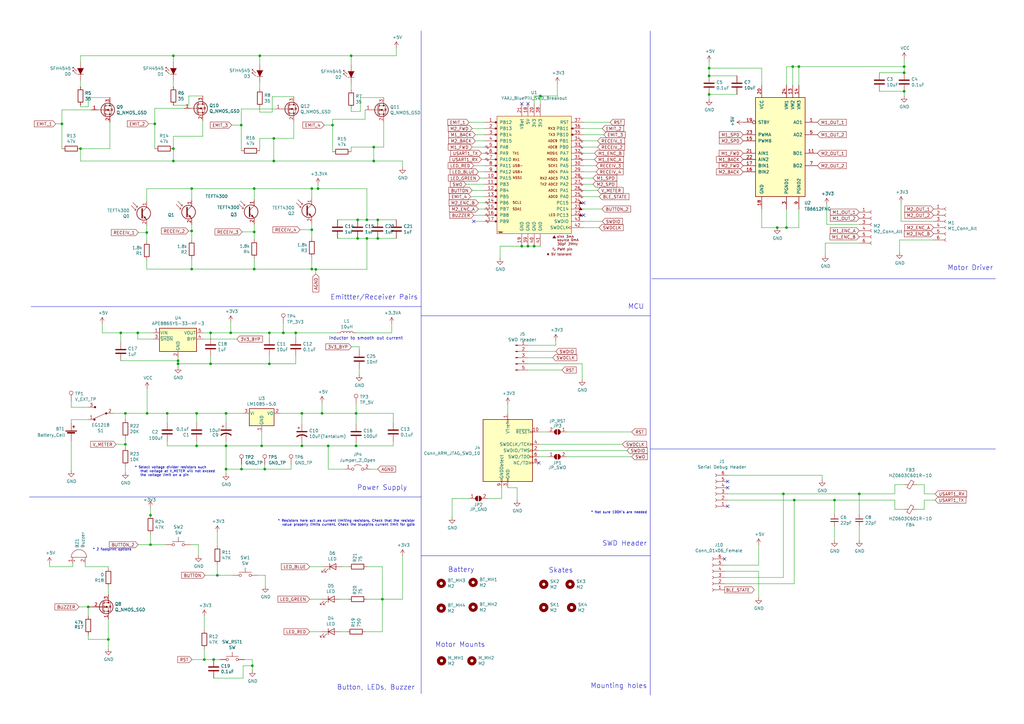
<source format=kicad_sch>
(kicad_sch (version 20230121) (generator eeschema)
  (paper "A3")
  (junction (at 71.12 66.04))
  (junction (at 127.889 94.234))
  (junction (at 71.12 60.96))
  (junction (at 78.613 94.742))
  (junction (at 127.889 110.363))
  (junction (at 33.02 60.96))
  (junction (at 130.429 77.343))
  (junction (at 68.58 169.545))
  (junction (at 36.195 248.92))
  (junction (at 290.83 27.94))
  (junction (at 154.94 90.17))
  (junction (at 318.77 93.345))
  (junction (at 150.495 97.79))
  (junction (at 104.267 95.123))
  (junction (at 86.36 149.225))
  (junction (at 104.267 77.343))
  (junction (at 290.83 38.735))
  (junction (at 352.425 202.565))
  (junction (at 327.66 27.305))
  (junction (at 342.265 205.105))
  (junction (at 51.435 182.245))
  (junction (at 92.71 182.88))
  (junction (at 49.53 136.525))
  (junction (at 63.5 50.8))
  (junction (at 60.198 95.377))
  (junction (at 108.585 192.405))
  (junction (at 221.615 39.37))
  (junction (at 110.49 136.525))
  (junction (at 106.553 22.86))
  (junction (at 134.62 182.88))
  (junction (at 144.018 22.86))
  (junction (at 150.495 90.17))
  (junction (at 25.4 50.8))
  (junction (at 78.613 110.363))
  (junction (at 61.722 211.328))
  (junction (at 153.289 60.325))
  (junction (at 129.54 110.49))
  (junction (at 219.075 100.965))
  (junction (at 87.63 270.51))
  (junction (at 94.615 136.525))
  (junction (at 56.515 136.525))
  (junction (at 154.94 97.79))
  (junction (at 80.645 182.88))
  (junction (at 86.36 136.525))
  (junction (at 370.84 37.465))
  (junction (at 71.12 22.86))
  (junction (at 322.58 93.345))
  (junction (at 123.825 182.88))
  (junction (at 107.315 182.88))
  (junction (at 112.3068 66.04))
  (junction (at 216.535 100.965))
  (junction (at 146.685 97.79))
  (junction (at 156.845 245.745))
  (junction (at 321.31 202.565))
  (junction (at 136.398 51.308))
  (junction (at 89.154 235.966))
  (junction (at 51.435 169.545))
  (junction (at 44.45 262.255))
  (junction (at 78.613 77.343))
  (junction (at 146.05 169.545))
  (junction (at 325.12 27.305))
  (junction (at 112.3068 56.769))
  (junction (at 73.025 149.225))
  (junction (at 123.825 169.545))
  (junction (at 73.025 147.955))
  (junction (at 146.05 182.88))
  (junction (at 92.71 169.545))
  (junction (at 127.889 77.343))
  (junction (at 325.755 205.105))
  (junction (at 132.08 169.545))
  (junction (at 290.83 31.115))
  (junction (at 116.205 136.525))
  (junction (at 104.267 110.363))
  (junction (at 60.325 169.545))
  (junction (at 110.49 149.225))
  (junction (at 153.289 66.04))
  (junction (at 370.84 27.305))
  (junction (at 103.505 273.05))
  (junction (at 80.645 169.545))
  (junction (at 61.722 223.393))
  (junction (at 83.82 270.51))
  (junction (at 213.995 100.965))
  (junction (at 121.285 136.525))
  (junction (at 370.84 29.845))
  (junction (at 92.71 192.405))
  (junction (at 146.685 90.17))
  (junction (at 99.06 192.405))
  (junction (at 98.933 51.308))
  (no_connect (at 216.535 42.545))
  (no_connect (at 297.18 229.235))
  (no_connect (at 239.395 88.265))
  (no_connect (at 298.45 200.025))
  (no_connect (at 220.98 189.865))
  (no_connect (at 239.395 83.185))
  (no_connect (at 298.45 207.645))
  (no_connect (at 194.31 90.805))
  (no_connect (at 298.45 197.485))
  (no_connect (at 213.995 42.545))
  (wire (pts (xy 121.285 146.05) (xy 121.285 149.225)))
  (wire (pts (xy 312.42 85.725) (xy 312.42 93.345)))
  (wire (pts (xy 108.585 190.5) (xy 108.585 192.405)))
  (wire (pts (xy 80.645 173.355) (xy 80.645 169.545)))
  (wire (pts (xy 36.83 248.92) (xy 36.195 248.92)))
  (wire (pts (xy 104.267 77.343) (xy 127.889 77.343)))
  (wire (pts (xy 161.29 180.975) (xy 161.29 182.88)))
  (polyline (pts (xy 266.7 129.54) (xy 172.72 129.54)))
  (wire (pts (xy 321.31 236.855) (xy 321.31 202.565)))
  (wire (pts (xy 108.839 235.966) (xy 108.839 240.411)))
  (wire (pts (xy 322.58 27.305) (xy 325.12 27.305)))
  (wire (pts (xy 36.195 248.92) (xy 32.385 248.92)))
  (wire (pts (xy 379.095 208.915) (xy 379.095 205.105)))
  (wire (pts (xy 92.71 169.545) (xy 99.695 169.545)))
  (wire (pts (xy 45.085 60.96) (xy 33.02 60.96)))
  (wire (pts (xy 156.845 259.08) (xy 149.86 259.08)))
  (wire (pts (xy 142.875 245.745) (xy 139.7 245.745)))
  (wire (pts (xy 360.68 37.465) (xy 370.84 37.465)))
  (wire (pts (xy 208.28 200.025) (xy 212.09 200.025)))
  (wire (pts (xy 193.04 80.645) (xy 198.755 80.645)))
  (wire (pts (xy 298.45 202.565) (xy 321.31 202.565)))
  (wire (pts (xy 105.664 235.966) (xy 108.839 235.966)))
  (wire (pts (xy 165.1 66.04) (xy 165.1 68.58)))
  (polyline (pts (xy 266.7 12.7) (xy 266.7 285.115)))
  (wire (pts (xy 220.98 187.325) (xy 224.79 187.325)))
  (wire (pts (xy 134.62 182.88) (xy 123.825 182.88)))
  (wire (pts (xy 146.685 97.79) (xy 138.43 97.79)))
  (wire (pts (xy 83.185 39.37) (xy 77.47 39.37)))
  (wire (pts (xy 83.185 49.53) (xy 83.185 55.88)))
  (wire (pts (xy 370.84 27.305) (xy 370.84 29.845)))
  (wire (pts (xy 110.49 136.525) (xy 116.205 136.525)))
  (wire (pts (xy 130.429 77.343) (xy 130.429 75.692)))
  (wire (pts (xy 104.267 95.123) (xy 104.267 98.298)))
  (wire (pts (xy 33.02 43.18) (xy 33.02 43.815)))
  (wire (pts (xy 61.722 223.393) (xy 68.072 223.393)))
  (wire (pts (xy 198.755 75.565) (xy 191.135 75.565)))
  (wire (pts (xy 83.82 258.445) (xy 83.82 252.73)))
  (wire (pts (xy 325.12 27.305) (xy 325.12 34.925)))
  (wire (pts (xy 60.198 77.343) (xy 60.198 82.423)))
  (wire (pts (xy 342.265 221.615) (xy 342.265 215.9)))
  (wire (pts (xy 51.435 182.245) (xy 51.435 183.515)))
  (wire (pts (xy 245.11 60.325) (xy 239.395 60.325)))
  (wire (pts (xy 220.98 184.785) (xy 257.175 184.785)))
  (wire (pts (xy 60.198 77.343) (xy 78.613 77.343)))
  (wire (pts (xy 239.395 73.025) (xy 243.205 73.025)))
  (wire (pts (xy 327.66 27.305) (xy 370.84 27.305)))
  (wire (pts (xy 127.889 77.343) (xy 130.429 77.343)))
  (wire (pts (xy 142.875 232.41) (xy 140.335 232.41)))
  (wire (pts (xy 127.889 105.41) (xy 127.889 110.363)))
  (wire (pts (xy 92.71 182.88) (xy 80.645 182.88)))
  (wire (pts (xy 29.845 231.14) (xy 29.845 232.41)))
  (wire (pts (xy 216.535 151.765) (xy 230.505 151.765)))
  (wire (pts (xy 36.195 167.005) (xy 29.21 167.005)))
  (wire (pts (xy 106.553 22.86) (xy 106.553 26.289)))
  (wire (pts (xy 298.45 205.105) (xy 325.755 205.105)))
  (wire (pts (xy 89.154 231.521) (xy 89.154 235.966)))
  (wire (pts (xy 144.018 26.67) (xy 144.018 22.86)))
  (wire (pts (xy 198.755 88.265) (xy 194.31 88.265)))
  (wire (pts (xy 239.395 90.805) (xy 247.015 90.805)))
  (wire (pts (xy 98.933 44.704) (xy 98.933 51.308)))
  (wire (pts (xy 87.63 270.51) (xy 83.82 270.51)))
  (wire (pts (xy 73.025 149.225) (xy 73.025 150.495)))
  (wire (pts (xy 36.195 43.815) (xy 33.02 43.815)))
  (wire (pts (xy 216.535 146.685) (xy 226.695 146.685)))
  (wire (pts (xy 98.933 51.308) (xy 98.933 61.849)))
  (wire (pts (xy 44.45 262.255) (xy 44.45 266.065)))
  (wire (pts (xy 290.83 38.735) (xy 290.83 40.64)))
  (wire (pts (xy 311.15 234.315) (xy 311.15 245.11)))
  (polyline (pts (xy 172.72 12.7) (xy 172.72 284.48)))
  (wire (pts (xy 147.32 143.51) (xy 147.32 142.24)))
  (wire (pts (xy 134.62 182.88) (xy 134.62 192.405)))
  (wire (pts (xy 147.828 45.72) (xy 144.018 45.72)))
  (wire (pts (xy 302.26 38.735) (xy 290.83 38.735)))
  (wire (pts (xy 86.36 146.05) (xy 86.36 149.225)))
  (wire (pts (xy 352.425 215.9) (xy 352.425 221.615)))
  (wire (pts (xy 198.755 90.805) (xy 194.31 90.805)))
  (wire (pts (xy 29.21 172.085) (xy 29.21 173.355)))
  (wire (pts (xy 89.154 235.966) (xy 95.504 235.966)))
  (wire (pts (xy 94.996 51.308) (xy 98.933 51.308)))
  (wire (pts (xy 239.395 55.245) (xy 247.65 55.245)))
  (wire (pts (xy 239.395 85.725) (xy 246.888 85.725)))
  (wire (pts (xy 111.633 39.624) (xy 120.523 39.624)))
  (wire (pts (xy 83.185 55.88) (xy 71.12 55.88)))
  (wire (pts (xy 244.475 67.945) (xy 239.395 67.945)))
  (wire (pts (xy 81.407 223.393) (xy 81.407 227.838)))
  (wire (pts (xy 352.425 202.565) (xy 367.03 202.565)))
  (wire (pts (xy 146.05 169.545) (xy 161.29 169.545)))
  (wire (pts (xy 165.1 245.745) (xy 165.1 227.965)))
  (wire (pts (xy 49.53 140.335) (xy 49.53 136.525)))
  (wire (pts (xy 185.42 204.47) (xy 185.42 212.09)))
  (polyline (pts (xy 172.72 203.835) (xy 12.065 203.835)))
  (wire (pts (xy 104.267 91.948) (xy 104.267 95.123)))
  (wire (pts (xy 144.018 44.45) (xy 144.018 45.72)))
  (wire (pts (xy 367.03 198.755) (xy 370.84 198.755)))
  (wire (pts (xy 51.435 169.545) (xy 60.325 169.545)))
  (wire (pts (xy 157.353 60.325) (xy 153.289 60.325)))
  (wire (pts (xy 212.09 200.025) (xy 212.09 205.105)))
  (wire (pts (xy 104.267 77.343) (xy 104.267 81.788)))
  (wire (pts (xy 29.21 180.975) (xy 29.21 193.04)))
  (wire (pts (xy 36.195 262.255) (xy 44.45 262.255)))
  (wire (pts (xy 156.845 245.745) (xy 156.845 259.08)))
  (polyline (pts (xy 12.7 125.73) (xy 172.72 125.73)))
  (wire (pts (xy 161.29 169.545) (xy 161.29 173.355)))
  (wire (pts (xy 104.267 105.918) (xy 104.267 110.363)))
  (wire (pts (xy 86.36 149.225) (xy 73.025 149.225)))
  (wire (pts (xy 127 232.41) (xy 132.715 232.41)))
  (wire (pts (xy 61.722 208.153) (xy 61.722 211.328)))
  (wire (pts (xy 20.32 232.41) (xy 20.32 231.14)))
  (wire (pts (xy 44.45 243.84) (xy 44.45 240.665)))
  (wire (pts (xy 127.889 91.44) (xy 127.889 94.234)))
  (wire (pts (xy 325.755 205.105) (xy 342.265 205.105)))
  (wire (pts (xy 368.935 98.425) (xy 368.935 103.505)))
  (wire (pts (xy 99.695 278.13) (xy 99.695 273.05)))
  (wire (pts (xy 136.398 51.308) (xy 136.398 62.23)))
  (wire (pts (xy 147.828 40.005) (xy 147.828 45.72)))
  (wire (pts (xy 138.43 90.17) (xy 146.685 90.17)))
  (wire (pts (xy 111.633 45.974) (xy 111.633 39.624)))
  (wire (pts (xy 192.405 204.47) (xy 185.42 204.47)))
  (wire (pts (xy 322.58 27.305) (xy 322.58 34.925)))
  (wire (pts (xy 160.655 136.525) (xy 146.05 136.525)))
  (wire (pts (xy 154.94 97.79) (xy 150.495 97.79)))
  (wire (pts (xy 78.232 223.393) (xy 81.407 223.393)))
  (wire (pts (xy 149.733 45.085) (xy 149.733 48.895)))
  (wire (pts (xy 325.755 239.395) (xy 325.755 205.105)))
  (wire (pts (xy 322.58 93.345) (xy 327.66 93.345)))
  (wire (pts (xy 34.925 232.41) (xy 34.925 231.14)))
  (wire (pts (xy 382.905 90.805) (xy 369.57 90.805)))
  (wire (pts (xy 154.94 192.405) (xy 151.765 192.405)))
  (wire (pts (xy 33.02 60.96) (xy 33.02 66.04)))
  (wire (pts (xy 33.02 33.02) (xy 33.02 35.56)))
  (wire (pts (xy 154.94 90.17) (xy 162.56 90.17)))
  (wire (pts (xy 83.185 139.065) (xy 97.155 139.065)))
  (wire (pts (xy 198.755 70.485) (xy 196.215 70.485)))
  (wire (pts (xy 110.49 146.05) (xy 110.49 149.225)))
  (polyline (pts (xy 267.335 114.3) (xy 408.305 114.3)))
  (wire (pts (xy 78.613 92.075) (xy 78.613 94.742)))
  (wire (pts (xy 245.11 57.785) (xy 239.395 57.785)))
  (polyline (pts (xy 408.305 184.15) (xy 266.7 184.15)))
  (wire (pts (xy 44.45 233.045) (xy 44.45 232.41)))
  (wire (pts (xy 25.4 50.8) (xy 25.4 60.96)))
  (wire (pts (xy 127.889 110.363) (xy 129.54 110.363)))
  (wire (pts (xy 144.018 22.86) (xy 162.56 22.86)))
  (wire (pts (xy 33.02 66.04) (xy 71.12 66.04)))
  (wire (pts (xy 78.613 77.343) (xy 104.267 77.343)))
  (wire (pts (xy 92.71 192.405) (xy 99.06 192.405)))
  (wire (pts (xy 138.43 136.525) (xy 121.285 136.525)))
  (wire (pts (xy 150.495 232.41) (xy 156.845 232.41)))
  (wire (pts (xy 99.695 273.05) (xy 103.505 273.05)))
  (wire (pts (xy 89.154 223.901) (xy 89.154 218.186)))
  (wire (pts (xy 92.71 182.88) (xy 92.71 180.975)))
  (wire (pts (xy 219.075 39.37) (xy 221.615 39.37)))
  (wire (pts (xy 99.314 95.123) (xy 104.267 95.123)))
  (wire (pts (xy 120.523 56.769) (xy 112.3068 56.769)))
  (wire (pts (xy 205.74 200.025) (xy 205.74 204.47)))
  (wire (pts (xy 60.96 50.8) (xy 63.5 50.8)))
  (wire (pts (xy 112.3068 56.769) (xy 112.3068 66.04)))
  (wire (pts (xy 75.565 44.45) (xy 63.5 44.45)))
  (wire (pts (xy 216.535 100.965) (xy 213.995 100.965)))
  (wire (pts (xy 92.71 173.355) (xy 92.71 169.545)))
  (wire (pts (xy 290.83 27.94) (xy 290.83 25.4)))
  (wire (pts (xy 60.325 169.545) (xy 68.58 169.545)))
  (wire (pts (xy 60.198 95.377) (xy 60.198 98.933)))
  (wire (pts (xy 56.515 139.065) (xy 62.865 139.065)))
  (wire (pts (xy 150.495 245.745) (xy 156.845 245.745)))
  (wire (pts (xy 142.24 259.08) (xy 139.7 259.08)))
  (wire (pts (xy 221.615 39.37) (xy 228.6 39.37)))
  (wire (pts (xy 29.845 232.41) (xy 20.32 232.41)))
  (wire (pts (xy 198.755 85.725) (xy 196.215 85.725)))
  (wire (pts (xy 322.58 85.725) (xy 322.58 93.345)))
  (wire (pts (xy 352.425 210.82) (xy 352.425 202.565)))
  (wire (pts (xy 73.025 147.955) (xy 73.025 149.225)))
  (wire (pts (xy 112.903 44.704) (xy 98.933 44.704)))
  (wire (pts (xy 36.195 40.005) (xy 36.195 43.815)))
  (wire (pts (xy 150.495 97.79) (xy 150.495 110.49)))
  (wire (pts (xy 51.435 182.245) (xy 47.625 182.245)))
  (wire (pts (xy 22.86 50.8) (xy 25.4 50.8)))
  (wire (pts (xy 297.18 231.775) (xy 311.15 231.775)))
  (wire (pts (xy 46.355 169.545) (xy 51.435 169.545)))
  (wire (pts (xy 71.12 66.04) (xy 112.3068 66.04)))
  (wire (pts (xy 90.17 270.51) (xy 87.63 270.51)))
  (wire (pts (xy 146.685 90.17) (xy 150.495 90.17)))
  (wire (pts (xy 60.198 106.553) (xy 60.198 110.363)))
  (wire (pts (xy 129.54 110.363) (xy 129.54 110.49)))
  (wire (pts (xy 379.095 198.755) (xy 375.92 198.755)))
  (wire (pts (xy 153.289 66.04) (xy 165.1 66.04)))
  (wire (pts (xy 192.405 50.165) (xy 198.755 50.165)))
  (wire (pts (xy 205.105 100.965) (xy 213.995 100.965)))
  (wire (pts (xy 312.42 93.345) (xy 318.77 93.345)))
  (wire (pts (xy 198.755 52.705) (xy 193.675 52.705)))
  (wire (pts (xy 71.12 55.88) (xy 71.12 60.96)))
  (wire (pts (xy 83.185 136.525) (xy 86.36 136.525)))
  (wire (pts (xy 103.505 273.05) (xy 103.505 270.51)))
  (wire (pts (xy 297.18 239.395) (xy 325.755 239.395)))
  (wire (pts (xy 86.36 149.225) (xy 110.49 149.225)))
  (wire (pts (xy 147.32 151.13) (xy 147.32 153.67)))
  (wire (pts (xy 127 259.08) (xy 132.08 259.08)))
  (wire (pts (xy 51.435 179.705) (xy 51.435 182.245)))
  (wire (pts (xy 193.675 78.105) (xy 198.755 78.105)))
  (wire (pts (xy 80.645 182.88) (xy 80.645 180.975)))
  (wire (pts (xy 110.49 149.225) (xy 121.285 149.225)))
  (wire (pts (xy 116.205 132.715) (xy 116.205 136.525)))
  (wire (pts (xy 78.613 77.343) (xy 78.613 81.915)))
  (wire (pts (xy 325.12 27.305) (xy 327.66 27.305)))
  (wire (pts (xy 239.395 50.165) (xy 250.19 50.165)))
  (wire (pts (xy 360.68 29.845) (xy 370.84 29.845)))
  (wire (pts (xy 116.205 136.525) (xy 121.285 136.525)))
  (wire (pts (xy 367.03 208.915) (xy 367.03 205.105)))
  (wire (pts (xy 80.645 169.545) (xy 92.71 169.545)))
  (wire (pts (xy 106.553 33.909) (xy 106.553 36.449)))
  (wire (pts (xy 86.36 136.525) (xy 94.615 136.525)))
  (wire (pts (xy 146.05 169.545) (xy 146.05 165.735)))
  (wire (pts (xy 157.353 40.005) (xy 147.828 40.005)))
  (wire (pts (xy 33.02 22.86) (xy 33.02 25.4)))
  (wire (pts (xy 368.935 98.425) (xy 382.905 98.425)))
  (wire (pts (xy 311.15 231.775) (xy 311.15 223.52)))
  (wire (pts (xy 108.585 192.405) (xy 119.38 192.405)))
  (wire (pts (xy 36.195 260.35) (xy 36.195 262.255)))
  (wire (pts (xy 297.18 236.855) (xy 321.31 236.855)))
  (wire (pts (xy 100.33 270.51) (xy 103.505 270.51)))
  (wire (pts (xy 146.05 182.88) (xy 134.62 182.88)))
  (wire (pts (xy 298.45 194.945) (xy 337.185 194.945)))
  (wire (pts (xy 92.71 182.88) (xy 107.315 182.88)))
  (wire (pts (xy 134.62 192.405) (xy 141.605 192.405)))
  (wire (pts (xy 94.615 136.525) (xy 110.49 136.525)))
  (wire (pts (xy 193.675 60.325) (xy 198.755 60.325)))
  (wire (pts (xy 130.429 77.343) (xy 150.495 77.343)))
  (wire (pts (xy 239.395 78.105) (xy 245.11 78.105)))
  (wire (pts (xy 146.05 181.61) (xy 146.05 182.88)))
  (wire (pts (xy 68.58 173.355) (xy 68.58 169.545)))
  (wire (pts (xy 36.195 172.085) (xy 29.21 172.085)))
  (wire (pts (xy 44.45 232.41) (xy 34.925 232.41)))
  (wire (pts (xy 25.4 45.085) (xy 37.465 45.085)))
  (wire (pts (xy 71.12 33.02) (xy 71.12 35.56)))
  (wire (pts (xy 132.08 169.545) (xy 132.08 165.1)))
  (wire (pts (xy 379.095 202.565) (xy 383.54 202.565)))
  (wire (pts (xy 89.154 235.966) (xy 84.074 235.966)))
  (wire (pts (xy 352.425 92.075) (xy 339.09 92.075)))
  (wire (pts (xy 238.76 149.225) (xy 238.76 155.575)))
  (wire (pts (xy 45.085 40.005) (xy 36.195 40.005)))
  (wire (pts (xy 120.523 49.784) (xy 120.523 56.769)))
  (wire (pts (xy 198.755 57.785) (xy 194.945 57.785)))
  (wire (pts (xy 232.41 187.325) (xy 259.08 187.325)))
  (wire (pts (xy 103.505 274.955) (xy 103.505 273.05)))
  (wire (pts (xy 160.655 132.715) (xy 160.655 136.525)))
  (wire (pts (xy 77.47 39.37) (xy 77.47 43.18)))
  (wire (pts (xy 78.613 94.742) (xy 78.613 98.425)))
  (wire (pts (xy 367.03 208.915) (xy 370.84 208.915)))
  (wire (pts (xy 61.722 223.393) (xy 56.642 223.393)))
  (wire (pts (xy 119.38 192.405) (xy 119.38 190.5)))
  (wire (pts (xy 161.29 182.88) (xy 146.05 182.88)))
  (wire (pts (xy 99.06 190.5) (xy 99.06 192.405)))
  (wire (pts (xy 239.395 62.865) (xy 243.84 62.865)))
  (wire (pts (xy 221.615 39.37) (xy 221.615 42.545)))
  (wire (pts (xy 87.63 278.13) (xy 99.695 278.13)))
  (wire (pts (xy 219.075 100.965) (xy 216.535 100.965)))
  (wire (pts (xy 369.57 90.805) (xy 369.57 83.185)))
  (wire (pts (xy 162.56 22.86) (xy 162.56 19.685)))
  (wire (pts (xy 312.42 34.925) (xy 312.42 27.94)))
  (wire (pts (xy 150.495 90.17) (xy 154.94 90.17)))
  (wire (pts (xy 321.31 202.565) (xy 352.425 202.565)))
  (wire (pts (xy 219.075 42.545) (xy 219.075 39.37)))
  (wire (pts (xy 302.26 31.115) (xy 290.83 31.115)))
  (wire (pts (xy 220.98 182.245) (xy 255.27 182.245)))
  (wire (pts (xy 194.945 55.245) (xy 198.755 55.245)))
  (wire (pts (xy 162.56 97.79) (xy 154.94 97.79)))
  (wire (pts (xy 56.515 136.525) (xy 49.53 136.525)))
  (wire (pts (xy 216.535 144.145) (xy 227.965 144.145)))
  (wire (pts (xy 73.025 146.685) (xy 73.025 147.955)))
  (wire (pts (xy 123.825 169.545) (xy 123.825 173.99)))
  (wire (pts (xy 45.085 50.165) (xy 45.085 60.96)))
  (wire (pts (xy 127.889 94.234) (xy 127.889 97.79)))
  (wire (pts (xy 338.455 99.695) (xy 338.455 104.775)))
  (wire (pts (xy 259.08 177.165) (xy 232.41 177.165)))
  (wire (pts (xy 83.82 270.51) (xy 78.74 270.51)))
  (wire (pts (xy 297.18 234.315) (xy 311.15 234.315)))
  (wire (pts (xy 49.53 147.955) (xy 73.025 147.955)))
  (wire (pts (xy 68.58 180.975) (xy 68.58 182.88)))
  (wire (pts (xy 99.06 192.405) (xy 108.585 192.405)))
  (wire (pts (xy 157.353 50.165) (xy 157.353 60.325)))
  (wire (pts (xy 112.3068 56.769) (xy 106.553 56.769)))
  (wire (pts (xy 44.45 254) (xy 44.45 262.255)))
  (wire (pts (xy 379.095 208.915) (xy 375.92 208.915)))
  (wire (pts (xy 150.495 110.49) (xy 129.54 110.49)))
  (wire (pts (xy 318.77 93.345) (xy 322.58 93.345)))
  (wire (pts (xy 144.018 34.29) (xy 144.018 36.83)))
  (wire (pts (xy 198.755 62.865) (xy 197.485 62.865)))
  (wire (pts (xy 290.83 27.94) (xy 312.42 27.94)))
  (wire (pts (xy 123.825 182.88) (xy 107.315 182.88)))
  (wire (pts (xy 153.289 60.325) (xy 153.289 66.04)))
  (wire (pts (xy 56.515 136.525) (xy 56.515 139.065)))
  (wire (pts (xy 78.613 106.045) (xy 78.613 110.363)))
  (wire (pts (xy 107.315 182.88) (xy 107.315 177.165)))
  (wire (pts (xy 60.198 110.363) (xy 78.613 110.363)))
  (wire (pts (xy 25.4 45.085) (xy 25.4 50.8)))
  (wire (pts (xy 104.267 110.363) (xy 127.889 110.363)))
  (wire (pts (xy 112.3068 66.04) (xy 153.289 66.04)))
  (wire (pts (xy 41.91 136.525) (xy 41.91 132.715)))
  (wire (pts (xy 239.395 65.405) (xy 243.84 65.405)))
  (wire (pts (xy 245.745 93.345) (xy 239.395 93.345)))
  (wire (pts (xy 146.05 169.545) (xy 146.05 173.99)))
  (wire (pts (xy 239.395 80.645) (xy 245.745 80.645)))
  (wire (pts (xy 63.5 50.8) (xy 63.5 60.96)))
  (wire (pts (xy 71.12 22.86) (xy 106.553 22.86)))
  (wire (pts (xy 94.615 136.525) (xy 94.615 132.08)))
  (wire (pts (xy 106.553 56.769) (xy 106.553 61.849)))
  (wire (pts (xy 205.74 204.47) (xy 200.025 204.47)))
  (wire (pts (xy 29.21 167.005) (xy 29.21 164.465)))
  (wire (pts (xy 339.09 92.075) (xy 339.09 83.82)))
  (wire (pts (xy 156.845 245.745) (xy 165.1 245.745)))
  (wire (pts (xy 60.325 159.385) (xy 60.325 169.545)))
  (wire (pts (xy 83.82 266.065) (xy 83.82 270.51)))
  (wire (pts (xy 227.965 141.605) (xy 227.965 139.7)))
  (wire (pts (xy 216.535 149.225) (xy 238.76 149.225)))
  (wire (pts (xy 208.28 169.545) (xy 208.28 165.735)))
  (wire (pts (xy 36.195 252.73) (xy 36.195 248.92)))
  (wire (pts (xy 61.722 211.328) (xy 61.722 211.455)))
  (wire (pts (xy 150.495 97.79) (xy 146.685 97.79)))
  (wire (pts (xy 144.018 60.325) (xy 144.018 62.23)))
  (wire (pts (xy 127 245.745) (xy 132.08 245.745)))
  (wire (pts (xy 132.969 51.308) (xy 136.398 51.308)))
  (wire (pts (xy 68.58 169.545) (xy 80.645 169.545)))
  (wire (pts (xy 219.075 100.965) (xy 221.615 100.965)))
  (wire (pts (xy 239.395 75.565) (xy 243.205 75.565)))
  (wire (pts (xy 370.84 39.37) (xy 370.84 37.465)))
  (wire (pts (xy 224.79 177.165) (xy 220.98 177.165)))
  (wire (pts (xy 80.645 182.88) (xy 68.58 182.88)))
  (wire (pts (xy 198.755 67.945) (xy 194.31 67.945)))
  (wire (pts (xy 216.535 141.605) (xy 227.965 141.605)))
  (wire (pts (xy 123.825 169.545) (xy 132.08 169.545)))
  (wire (pts (xy 63.5 44.45) (xy 63.5 50.8)))
  (wire (pts (xy 342.265 205.105) (xy 367.03 205.105)))
  (wire (pts (xy 338.455 99.695) (xy 352.425 99.695)))
  (wire (pts (xy 106.553 44.069) (xy 106.553 45.974)))
  (wire (pts (xy 205.105 100.965) (xy 205.105 106.045)))
  (wire (pts (xy 150.495 77.343) (xy 150.495 90.17)))
  (wire (pts (xy 71.12 22.86) (xy 33.02 22.86)))
  (wire (pts (xy 78.613 110.363) (xy 104.267 110.363)))
  (wire (pts (xy 71.12 22.86) (xy 71.12 25.4)))
  (wire (pts (xy 121.285 138.43) (xy 121.285 136.525)))
  (wire (pts (xy 327.66 85.725) (xy 327.66 93.345)))
  (wire (pts (xy 71.12 60.96) (xy 71.12 66.04)))
  (wire (pts (xy 123.825 181.61) (xy 123.825 182.88)))
  (wire (pts (xy 228.6 39.37) (xy 228.6 34.29)))
  (wire (pts (xy 51.435 191.135) (xy 51.435 193.675)))
  (wire (pts (xy 77.343 94.742) (xy 78.613 94.742)))
  (wire (pts (xy 136.398 48.895) (xy 136.398 51.308)))
  (wire (pts (xy 244.475 70.485) (xy 239.395 70.485)))
  (wire (pts (xy 114.935 169.545) (xy 123.825 169.545)))
  (wire (pts (xy 106.553 22.86) (xy 144.018 22.86)))
  (wire (pts (xy 62.865 136.525) (xy 56.515 136.525)))
  (wire (pts (xy 49.53 136.525) (xy 41.91 136.525)))
  (wire (pts (xy 92.71 182.88) (xy 92.71 192.405)))
  (wire (pts (xy 156.845 232.41) (xy 156.845 245.745)))
  (wire (pts (xy 110.49 138.43) (xy 110.49 136.525)))
  (wire (pts (xy 86.36 138.43) (xy 86.36 136.525)))
  (wire (pts (xy 123.063 94.234) (xy 127.889 94.234)))
  (wire (pts (xy 153.289 60.325) (xy 144.018 60.325)))
  (wire (pts (xy 198.755 83.185) (xy 196.215 83.185)))
  (wire (pts (xy 327.66 27.305) (xy 327.66 34.925)))
  (wire (pts (xy 106.553 45.974) (xy 111.633 45.974)))
  (wire (pts (xy 337.185 194.945) (xy 337.185 196.85)))
  (wire (pts (xy 61.722 218.948) (xy 61.722 223.393)))
  (wire (pts (xy 127.889 77.343) (xy 127.889 81.28)))
  (wire (pts (xy 129.54 110.49) (xy 129.54 112.395)))
  (wire (pts (xy 379.095 205.105) (xy 383.54 205.105)))
  (wire (pts (xy 198.755 65.405) (xy 197.485 65.405)))
  (wire (pts (xy 60.198 92.583) (xy 60.198 95.377)))
  (wire (pts (xy 77.47 43.18) (xy 71.12 43.18)))
  (polyline (pts (xy 266.7 227.965) (xy 172.72 227.965)))
  (wire (pts (xy 290.83 27.94) (xy 290.83 31.115)))
  (wire (pts (xy 342.265 210.82) (xy 342.265 205.105)))
  (wire (pts (xy 370.84 24.13) (xy 370.84 27.305)))
  (wire (pts (xy 92.71 192.405) (xy 92.71 194.31)))
  (wire (pts (xy 367.03 198.755) (xy 367.03 202.565)))
  (wire (pts (xy 132.08 169.545) (xy 146.05 169.545)))
  (wire (pts (xy 239.395 52.705) (xy 247.015 52.705)))
  (wire (pts (xy 196.85 73.025) (xy 198.755 73.025)))
  (wire (pts (xy 56.769 95.377) (xy 60.198 95.377)))
  (wire (pts (xy 51.435 172.085) (xy 51.435 169.545)))
  (wire (pts (xy 149.733 48.895) (xy 136.398 48.895)))
  (wire (pts (xy 379.095 198.755) (xy 379.095 202.565)))
  (wire (pts (xy 147.32 142.24) (xy 144.145 142.24)))
  (text "Mounting holes" (at 265.43 282.575 0) (effects (font (size 2.0066 2.0066)) (justify right bottom)))
  (text "Battery" (at 194.564 234.95 0) (effects (font (size 2.0066 2.0066)) (justify right bottom)))
  (text "inductor to smooth out current" (at 134.874 139.573 0) (effects (font (size 1.27 1.27)) (justify left bottom)))
  (text "* 2 footprint options" (at 53.975 226.06 0) (effects (font (size 0.9906 0.9906)) (justify right bottom)))
  (text "Motor Driver" (at 388.62 111.125 0) (effects (font (size 2.0066 2.0066)) (justify left bottom)))
  (text "* Not sure 100K’s are needed" (at 265.43 210.82 0) (effects (font (size 0.9906 0.9906)) (justify right bottom)))
  (text "Emittter/Receiver Pairs" (at 171.45 123.19 0) (effects (font (size 2.0066 2.0066)) (justify right bottom)))
  (text "* Resistors here act as current limiting resistors. Check that the resistor\n  value properly limits current. Check the bluepills current limit for gpio" (at 170.18 215.9 0) (effects (font (size 0.9906 0.9906)) (justify right bottom)))
  (text "MCU" (at 264.16 127 0) (effects (font (size 2.0066 2.0066)) (justify right bottom)))
  (text "SWD Header" (at 247.015 224.155 0) (effects (font (size 2.0066 2.0066)) (justify left bottom)))
  (text "* Select voltage divider resistors such\n   that voltage at V_METER will not exceed\n   the voltage limit on a pin" (at 55.245 195.58 0) (effects (font (size 0.9906 0.9906)) (justify left bottom)))
  (text "Motor Mounts" (at 199.009 265.684 0) (effects (font (size 2.0066 2.0066)) (justify right bottom)))
  (text "Button, LEDs, Buzzer" (at 170.18 283.21 0) (effects (font (size 2.0066 2.0066)) (justify right bottom)))
  (text "Skates" (at 235.077 235.204 0) (effects (font (size 2.0066 2.0066)) (justify right bottom)))
  (text "Power Supply" (at 167.005 201.295 0) (effects (font (size 2.0066 2.0066)) (justify right bottom)))
  (global_label "3V3_BYP" (shape input) (at 97.155 139.065 0) (property "Intersheetrefs" "${INTERSHEET_REFS}" (effects hide)))
  (global_label "M1_OUT_1" (shape input) (at 335.28 50.165 0) (property "Intersheetrefs" "${INTERSHEET_REFS}" (effects hide)))
  (global_label "RECEIV_2" (shape input) (at 77.343 94.742 180) (property "Intersheetrefs" "${INTERSHEET_REFS}" (effects hide)))
  (global_label "M2_SPD" (shape input) (at 304.8 57.785 180) (property "Intersheetrefs" "${INTERSHEET_REFS}" (effects hide)))
  (global_label "RST" (shape input) (at 230.505 151.765 0) (property "Intersheetrefs" "${INTERSHEET_REFS}" (effects hide)))
  (global_label "BUTTON_2" (shape input) (at 246.888 85.725 0) (property "Intersheetrefs" "${INTERSHEET_REFS}" (effects hide)))
  (global_label "V_METER" (shape input) (at 245.11 78.105 0) (property "Intersheetrefs" "${INTERSHEET_REFS}" (effects hide)))
  (global_label "BLE_STATE" (shape output) (at 297.18 241.935 0) (property "Intersheetrefs" "${INTERSHEET_REFS}" (effects hide)))
  (global_label "M2_ENC_A" (shape input) (at 196.215 85.725 180) (property "Intersheetrefs" "${INTERSHEET_REFS}" (effects hide)))
  (global_label "M2_BACK" (shape input) (at 304.8 70.485 180) (property "Intersheetrefs" "${INTERSHEET_REFS}" (effects hide)))
  (global_label "SWO" (shape input) (at 191.135 75.565 180) (property "Intersheetrefs" "${INTERSHEET_REFS}" (effects hide)))
  (global_label "M2_SPD" (shape input) (at 243.205 75.565 0) (property "Intersheetrefs" "${INTERSHEET_REFS}" (effects hide)))
  (global_label "RST" (shape input) (at 250.19 50.165 0) (property "Intersheetrefs" "${INTERSHEET_REFS}" (effects hide)))
  (global_label "AGND" (shape input) (at 129.54 112.395 270) (property "Intersheetrefs" "${INTERSHEET_REFS}" (effects hide)))
  (global_label "EMIT_3" (shape input) (at 94.996 51.308 180) (property "Intersheetrefs" "${INTERSHEET_REFS}" (effects hide)))
  (global_label "M1_ENC_B" (shape input) (at 352.425 97.155 180) (property "Intersheetrefs" "${INTERSHEET_REFS}" (effects hide)))
  (global_label "M2_BACK" (shape input) (at 194.945 57.785 180) (property "Intersheetrefs" "${INTERSHEET_REFS}" (effects hide)))
  (global_label "USART1_RX" (shape input) (at 383.54 202.565 0) (property "Intersheetrefs" "${INTERSHEET_REFS}" (effects hide)))
  (global_label "EMIT_2" (shape input) (at 247.015 52.705 0) (property "Intersheetrefs" "${INTERSHEET_REFS}" (effects hide)))
  (global_label "LED_RED" (shape input) (at 194.31 67.945 180) (property "Intersheetrefs" "${INTERSHEET_REFS}" (effects hide)))
  (global_label "EMIT_1" (shape input) (at 22.86 50.8 180) (property "Intersheetrefs" "${INTERSHEET_REFS}" (effects hide)))
  (global_label "M2_ENC_A" (shape input) (at 382.905 93.345 180) (property "Intersheetrefs" "${INTERSHEET_REFS}" (effects hide)))
  (global_label "M1_OUT_2" (shape input) (at 335.28 55.245 0) (property "Intersheetrefs" "${INTERSHEET_REFS}" (effects hide)))
  (global_label "RECEIV_4" (shape input) (at 123.063 94.234 180) (property "Intersheetrefs" "${INTERSHEET_REFS}" (effects hide)))
  (global_label "RST" (shape input) (at 259.08 177.165 0) (property "Intersheetrefs" "${INTERSHEET_REFS}" (effects hide)))
  (global_label "M1_ENC_B" (shape input) (at 243.84 62.865 0) (property "Intersheetrefs" "${INTERSHEET_REFS}" (effects hide)))
  (global_label "M1_OUT_2" (shape input) (at 352.425 89.535 180) (property "Intersheetrefs" "${INTERSHEET_REFS}" (effects hide)))
  (global_label "USART1_RX" (shape input) (at 197.485 65.405 180) (property "Intersheetrefs" "${INTERSHEET_REFS}" (effects hide)))
  (global_label "M2_ENC_B" (shape input) (at 382.905 95.885 180) (property "Intersheetrefs" "${INTERSHEET_REFS}" (effects hide)))
  (global_label "BUTTON" (shape input) (at 193.675 78.105 180) (property "Intersheetrefs" "${INTERSHEET_REFS}" (effects hide)))
  (global_label "M1_OUT_1" (shape input) (at 352.425 86.995 180) (property "Intersheetrefs" "${INTERSHEET_REFS}" (effects hide)))
  (global_label "M1_FWD" (shape input) (at 193.675 60.325 180) (property "Intersheetrefs" "${INTERSHEET_REFS}" (effects hide)))
  (global_label "USART1_TX" (shape input) (at 197.485 62.865 180) (property "Intersheetrefs" "${INTERSHEET_REFS}" (effects hide)))
  (global_label "M2_OUT_1" (shape input) (at 335.28 62.865 0) (property "Intersheetrefs" "${INTERSHEET_REFS}" (effects hide)))
  (global_label "RECEIV_3" (shape input) (at 244.475 67.945 0) (property "Intersheetrefs" "${INTERSHEET_REFS}" (effects hide)))
  (global_label "M1_SPD" (shape input) (at 243.205 73.025 0) (property "Intersheetrefs" "${INTERSHEET_REFS}" (effects hide)))
  (global_label "M2_OUT_1" (shape input) (at 382.905 85.725 180) (property "Intersheetrefs" "${INTERSHEET_REFS}" (effects hide)))
  (global_label "EMIT_1" (shape input) (at 192.405 50.165 180) (property "Intersheetrefs" "${INTERSHEET_REFS}" (effects hide)))
  (global_label "M1_FWD" (shape input) (at 304.8 62.865 180) (property "Intersheetrefs" "${INTERSHEET_REFS}" (effects hide)))
  (global_label "LED_GREEN" (shape input) (at 127 245.745 180) (property "Intersheetrefs" "${INTERSHEET_REFS}" (effects hide)))
  (global_label "USART1_TX" (shape input) (at 383.54 205.105 0) (property "Intersheetrefs" "${INTERSHEET_REFS}" (effects hide)))
  (global_label "EMIT_3" (shape input) (at 247.65 55.245 0) (property "Intersheetrefs" "${INTERSHEET_REFS}" (effects hide)))
  (global_label "BUZZER" (shape input) (at 32.385 248.92 180) (property "Intersheetrefs" "${INTERSHEET_REFS}" (effects hide)))
  (global_label "M2_OUT_2" (shape input) (at 335.28 67.945 0) (property "Intersheetrefs" "${INTERSHEET_REFS}" (effects hide)))
  (global_label "M2_FWD" (shape input) (at 304.8 67.945 180) (property "Intersheetrefs" "${INTERSHEET_REFS}" (effects hide)))
  (global_label "EMIT_4" (shape input) (at 132.969 51.308 180) (property "Intersheetrefs" "${INTERSHEET_REFS}" (effects hide)))
  (global_label "M1_SPD" (shape input) (at 304.8 55.245 180) (property "Intersheetrefs" "${INTERSHEET_REFS}" (effects hide)))
  (global_label "RECEIV_4" (shape input) (at 244.475 70.485 0) (property "Intersheetrefs" "${INTERSHEET_REFS}" (effects hide)))
  (global_label "M1_BACK" (shape input) (at 194.945 55.245 180) (property "Intersheetrefs" "${INTERSHEET_REFS}" (effects hide)))
  (global_label "EMIT_2" (shape input) (at 60.96 50.8 180) (property "Intersheetrefs" "${INTERSHEET_REFS}" (effects hide)))
  (global_label "RECEIV_1" (shape input) (at 245.11 57.785 0) (property "Intersheetrefs" "${INTERSHEET_REFS}" (effects hide)))
  (global_label "SWDIO" (shape input) (at 257.175 184.785 0) (property "Intersheetrefs" "${INTERSHEET_REFS}" (effects hide)))
  (global_label "SWDIO" (shape input) (at 227.965 144.145 0) (property "Intersheetrefs" "${INTERSHEET_REFS}" (effects hide)))
  (global_label "M1_ENC_A" (shape input) (at 352.425 94.615 180) (property "Intersheetrefs" "${INTERSHEET_REFS}" (effects hide)))
  (global_label "BUTTON" (shape input) (at 84.074 235.966 180) (property "Intersheetrefs" "${INTERSHEET_REFS}" (effects hide)))
  (global_label "SWDCLK" (shape input) (at 226.695 146.685 0) (property "Intersheetrefs" "${INTERSHEET_REFS}" (effects hide)))
  (global_label "LED_BLUE" (shape input) (at 127 232.41 180) (property "Intersheetrefs" "${INTERSHEET_REFS}" (effects hide)))
  (global_label "SWDCLK" (shape input) (at 245.745 93.345 0) (property "Intersheetrefs" "${INTERSHEET_REFS}" (effects hide)))
  (global_label "V_METER" (shape input) (at 47.625 182.245 180) (property "Intersheetrefs" "${INTERSHEET_REFS}" (effects hide)))
  (global_label "BUZZER" (shape input) (at 194.31 88.265 180) (property "Intersheetrefs" "${INTERSHEET_REFS}" (effects hide)))
  (global_label "LED_GREEN" (shape input) (at 196.85 73.025 180) (property "Intersheetrefs" "${INTERSHEET_REFS}" (effects hide)))
  (global_label "M2_ENC_B" (shape input) (at 196.215 83.185 180) (property "Intersheetrefs" "${INTERSHEET_REFS}" (effects hide)))
  (global_label "BUTTON_2" (shape input) (at 56.642 223.393 180) (property "Intersheetrefs" "${INTERSHEET_REFS}" (effects hide)))
  (global_label "M2_OUT_2" (shape input) (at 382.905 88.265 180) (property "Intersheetrefs" "${INTERSHEET_REFS}" (effects hide)))
  (global_label "LED_BLUE" (shape input) (at 196.215 70.485 180) (property "Intersheetrefs" "${INTERSHEET_REFS}" (effects hide)))
  (global_label "LED_RED" (shape input) (at 127 259.08 180) (property "Intersheetrefs" "${INTERSHEET_REFS}" (effects hide)))
  (global_label "SWDIO" (shape input) (at 247.015 90.805 0) (property "Intersheetrefs" "${INTERSHEET_REFS}" (effects hide)))
  (global_label "RECEIV_2" (shape input) (at 245.11 60.325 0) (property "Intersheetrefs" "${INTERSHEET_REFS}" (effects hide)))
  (global_label "RST" (shape input) (at 78.74 270.51 180) (property "Intersheetrefs" "${INTERSHEET_REFS}" (effects hide)))
  (global_label "RECEIV_3" (shape input) (at 99.314 95.123 180) (property "Intersheetrefs" "${INTERSHEET_REFS}" (effects hide)))
  (global_label "BLE_STATE" (shape input) (at 245.745 80.645 0) (property "Intersheetrefs" "${INTERSHEET_REFS}" (effects hide)))
  (global_label "EMIT_4" (shape input) (at 193.04 80.645 180) (property "Intersheetrefs" "${INTERSHEET_REFS}" (effects hide)))
  (global_label "M1_ENC_A" (shape input) (at 243.84 65.405 0) (property "Intersheetrefs" "${INTERSHEET_REFS}" (effects hide)))
  (global_label "3V3_BYP" (shape input) (at 144.145 142.24 180) (property "Intersheetrefs" "${INTERSHEET_REFS}" (effects hide)))
  (global_label "AGND" (shape input) (at 154.94 192.405 0) (property "Intersheetrefs" "${INTERSHEET_REFS}" (effects hide)))
  (global_label "RECEIV_1" (shape input) (at 56.769 95.377 180) (property "Intersheetrefs" "${INTERSHEET_REFS}" (effects hide)))
  (global_label "SWDCLK" (shape input) (at 255.27 182.245 0) (property "Intersheetrefs" "${INTERSHEET_REFS}" (effects hide)))
  (global_label "M2_FWD" (shape input) (at 193.675 52.705 180) (property "Intersheetrefs" "${INTERSHEET_REFS}" (effects hide)))
  (global_label "M1_BACK" (shape input) (at 304.8 65.405 180) (property "Intersheetrefs" "${INTERSHEET_REFS}" (effects hide)))
  (global_label "SWO" (shape input) (at 259.08 187.325 0) (property "Intersheetrefs" "${INTERSHEET_REFS}" (effects hide)))
  (symbol (lib_id "bloo-rescue:R-Device-mouse_v2-rescue") (at 106.553 40.259 0) (unit 1)
    (property "Reference" "R8" (at 108.331 39.0906 0) (effects (justify left)))
    (property "Value" "35" (at 108.331 41.402 0) (effects (justify left)))
    (property "Footprint" "Resistor_SMD:R_1206_3216Metric_Pad1.30x1.75mm_HandSolder" (effects hide))
  )
  (symbol (lib_id "bloo-rescue:IRL81A-LED-mouse_v2-rescue") (at 106.553 28.829 90) (unit 1)
    (property "Reference" "D3" (at 102.6922 31.2674 90) (effects (justify left)))
    (property "Value" "SFH4545" (at 102.6922 28.956 90) (effects (justify left)))
    (property "Footprint" "MM_Library:Emitter" (effects hide))
    (property "Datasheet" "http://www.osram-os.com/Graphics/XPic0/00203825_0.pdf" (effects hide))
  )
  (symbol (lib_id "bloo-rescue:Q_Photo_NPN-Device-mouse_v2-rescue") (at 57.658 87.503 0) (unit 1)
    (property "Reference" "Q0" (at 53.1622 88.6714 0) (effects (justify right)))
    (property "Value" "TEFT4300" (at 53.1622 86.36 0) (effects (justify right)))
    (property "Footprint" "MM_Library:Emitter" (effects hide))
  )
  (symbol (lib_id "bloo-rescue:Q_Photo_NPN-Device-mouse_v2-rescue") (at 76.073 86.995 0) (unit 1)
    (property "Reference" "Q1" (at 71.5772 88.1634 0) (effects (justify right)))
    (property "Value" "TEFT4300" (at 93.472 80.518 0) (effects (justify right)))
    (property "Footprint" "MM_Library:Emitter" (effects hide))
  )
  (symbol (lib_id "bloo-rescue:Q_Photo_NPN-Device-mouse_v2-rescue") (at 125.349 86.36 0) (unit 1)
    (property "Reference" "Q2" (at 120.8532 87.5284 0) (effects (justify right)))
    (property "Value" "TEFT4300" (at 120.8532 85.217 0) (effects (justify right)))
    (property "Footprint" "MM_Library:Emitter" (effects hide))
  )
  (symbol (lib_id "bloo-rescue:Q_Photo_NPN-Device-mouse_v2-rescue") (at 101.727 86.868 0) (unit 1)
    (property "Reference" "Q3" (at 97.2312 88.0364 0) (effects (justify right)))
    (property "Value" "TEFT4300" (at 98.298 85.09 0) (effects (justify right)))
    (property "Footprint" "MM_Library:Emitter" (effects hide))
  )
  (symbol (lib_id "bloo-rescue:R-Device-mouse_v2-rescue") (at 60.198 102.743 180) (unit 1)
    (property "Reference" "R1" (at 58.42 103.9114 0) (effects (justify left)))
    (property "Value" "1.8k" (at 58.42 101.6 0) (effects (justify left)))
    (property "Footprint" "Resistor_SMD:R_1206_3216Metric_Pad1.30x1.75mm_HandSolder" (effects hide))
  )
  (symbol (lib_id "bloo-rescue:R-Device-mouse_v2-rescue") (at 78.613 102.235 180) (unit 1)
    (property "Reference" "R2" (at 76.835 103.4034 0) (effects (justify left)))
    (property "Value" "1.8k" (at 76.835 101.092 0) (effects (justify left)))
    (property "Footprint" "Resistor_SMD:R_1206_3216Metric_Pad1.30x1.75mm_HandSolder" (effects hide))
  )
  (symbol (lib_id "bloo-rescue:R-Device-mouse_v2-rescue") (at 127.889 101.6 180) (unit 1)
    (property "Reference" "R3" (at 126.111 102.7684 0) (effects (justify left)))
    (property "Value" "1.8k" (at 126.111 100.457 0) (effects (justify left)))
    (property "Footprint" "Resistor_SMD:R_1206_3216Metric_Pad1.30x1.75mm_HandSolder" (effects hide))
  )
  (symbol (lib_id "bloo-rescue:R-Device-mouse_v2-rescue") (at 104.267 102.108 180) (unit 1)
    (property "Reference" "R4" (at 102.489 103.2764 0) (effects (justify left)))
    (property "Value" "1.8k" (at 102.489 100.965 0) (effects (justify left)))
    (property "Footprint" "Resistor_SMD:R_1206_3216Metric_Pad1.30x1.75mm_HandSolder" (effects hide))
  )
  (symbol (lib_id "bloo-rescue:R-Device-mouse_v2-rescue") (at 102.743 61.849 270) (unit 1)
    (property "Reference" "R16" (at 102.743 56.5912 90))
    (property "Value" "47k" (at 102.743 58.9026 90))
    (property "Footprint" "Resistor_SMD:R_1206_3216Metric_Pad1.30x1.75mm_HandSolder" (effects hide))
  )
  (symbol (lib_id "bloo-rescue:R-Device-mouse_v2-rescue") (at 144.018 40.64 0) (unit 1)
    (property "Reference" "R7" (at 145.796 39.4716 0) (effects (justify left)))
    (property "Value" "35" (at 145.796 41.783 0) (effects (justify left)))
    (property "Footprint" "Resistor_SMD:R_1206_3216Metric_Pad1.30x1.75mm_HandSolder" (effects hide))
  )
  (symbol (lib_id "bloo-rescue:IRL81A-LED-mouse_v2-rescue") (at 144.018 29.21 90) (unit 1)
    (property "Reference" "D2" (at 140.1572 31.6484 90) (effects (justify left)))
    (property "Value" "SFH4545" (at 140.1572 29.337 90) (effects (justify left)))
    (property "Footprint" "MM_Library:Emitter" (effects hide))
    (property "Datasheet" "http://www.osram-os.com/Graphics/XPic0/00203825_0.pdf" (effects hide))
  )
  (symbol (lib_id "bloo-rescue:R-Device-mouse_v2-rescue") (at 140.208 62.23 270) (unit 1)
    (property "Reference" "R15" (at 140.208 56.9722 90))
    (property "Value" "47k" (at 140.208 59.2836 90))
    (property "Footprint" "Resistor_SMD:R_1206_3216Metric_Pad1.30x1.75mm_HandSolder" (effects hide))
  )
  (symbol (lib_id "bloo-rescue:R-Device-mouse_v2-rescue") (at 33.02 39.37 0) (unit 1)
    (property "Reference" "R5" (at 34.798 38.2016 0) (effects (justify left)))
    (property "Value" "35" (at 34.798 40.513 0) (effects (justify left)))
    (property "Footprint" "Resistor_SMD:R_1206_3216Metric_Pad1.30x1.75mm_HandSolder" (effects hide))
  )
  (symbol (lib_id "bloo-rescue:IRL81A-LED-mouse_v2-rescue") (at 33.02 27.94 90) (unit 1)
    (property "Reference" "D0" (at 29.1592 30.3784 90) (effects (justify left)))
    (property "Value" "SFH4545" (at 29.1592 28.067 90) (effects (justify left)))
    (property "Footprint" "MM_Library:Emitter" (effects hide))
    (property "Datasheet" "http://www.osram-os.com/Graphics/XPic0/00203825_0.pdf" (effects hide))
  )
  (symbol (lib_id "bloo-rescue:R-Device-mouse_v2-rescue") (at 29.21 60.96 270) (unit 1)
    (property "Reference" "R13" (at 29.21 55.7022 90))
    (property "Value" "47k" (at 29.21 58.0136 90))
    (property "Footprint" "Resistor_SMD:R_1206_3216Metric_Pad1.30x1.75mm_HandSolder" (effects hide))
  )
  (symbol (lib_id "bloo-rescue:R-Device-mouse_v2-rescue") (at 71.12 39.37 0) (unit 1)
    (property "Reference" "R6" (at 72.898 38.2016 0) (effects (justify left)))
    (property "Value" "35" (at 72.898 40.513 0) (effects (justify left)))
    (property "Footprint" "Resistor_SMD:R_1206_3216Metric_Pad1.30x1.75mm_HandSolder" (effects hide))
  )
  (symbol (lib_id "bloo-rescue:IRL81A-LED-mouse_v2-rescue") (at 71.12 27.94 90) (unit 1)
    (property "Reference" "D1" (at 67.2592 30.3784 90) (effects (justify left)))
    (property "Value" "SFH4545" (at 67.2592 28.067 90) (effects (justify left)))
    (property "Footprint" "MM_Library:Emitter" (effects hide))
    (property "Datasheet" "http://www.osram-os.com/Graphics/XPic0/00203825_0.pdf" (effects hide))
  )
  (symbol (lib_id "bloo-rescue:R-Device-mouse_v2-rescue") (at 67.31 60.96 270) (unit 1)
    (property "Reference" "R14" (at 67.31 55.7022 90))
    (property "Value" "47k" (at 67.31 58.0136 90))
    (property "Footprint" "Resistor_SMD:R_1206_3216Metric_Pad1.30x1.75mm_HandSolder" (effects hide))
  )
  (symbol (lib_id "bloo-rescue:LM1084-5.0-Regulator_Linear-mouse_v2-rescue") (at 107.315 169.545 0) (unit 1)
    (property "Reference" "U3" (at 107.315 163.3982 0))
    (property "Value" "LM1085-5.0" (at 107.315 165.7096 0))
    (property "Footprint" "MM_Library:5V Voltage Reg" (effects hide))
    (property "Datasheet" "http://www.ti.com/lit/ds/symlink/lm1084.pdf" (effects hide))
  )
  (symbol (lib_id "bloo-rescue:MountingHole-Mechanical-mouse_v2-rescue") (at 223.012 249.174 0) (unit 1)
    (property "Reference" "SK1" (at 225.552 248.0056 0) (effects (justify left)))
    (property "Value" "M2" (at 225.552 250.317 0) (effects (justify left)))
    (property "Footprint" "MountingHole:MountingHole_2.2mm_M2" (effects hide))
  )
  (symbol (lib_id "bloo-rescue:MountingHole-Mechanical-mouse_v2-rescue") (at 194.056 249.047 0) (unit 1)
    (property "Reference" "BT_MH2" (at 196.596 247.8786 0) (effects (justify left)))
    (property "Value" "M2" (at 196.596 250.19 0) (effects (justify left)))
    (property "Footprint" "MountingHole:MountingHole_2.2mm_M2" (effects hide))
  )
  (symbol (lib_id "bloo-rescue:MountingHole-Mechanical-mouse_v2-rescue") (at 194.056 238.887 0) (unit 1)
    (property "Reference" "BT_MH1" (at 196.596 237.7186 0) (effects (justify left)))
    (property "Value" "M2" (at 196.596 240.03 0) (effects (justify left)))
    (property "Footprint" "MountingHole:MountingHole_2.2mm_M2" (effects hide))
  )
  (symbol (lib_id "bloo-rescue:MountingHole-Mechanical-mouse_v2-rescue") (at 223.012 239.649 0) (unit 1)
    (property "Reference" "SK2" (at 225.552 238.4806 0) (effects (justify left)))
    (property "Value" "M2" (at 225.552 240.792 0) (effects (justify left)))
    (property "Footprint" "MountingHole:MountingHole_2.2mm_M2" (effects hide))
  )
  (symbol (lib_id "bloo-rescue:CP1-Device-mouse_v2-rescue") (at 92.71 177.165 0) (unit 1)
    (property "Reference" "C9" (at 86.995 178.435 0) (effects (justify left)))
    (property "Value" "10uF" (at 85.725 176.53 0) (effects (justify left)))
    (property "Footprint" "Capacitor_SMD:C_1206_3216Metric_Pad1.33x1.80mm_HandSolder" (effects hide))
  )
  (symbol (lib_id "bloo-rescue:EG1218-dk_Slide-Switches-mouse-rescue") (at 41.275 169.545 180) (unit 1)
    (property "Reference" "S1" (at 41.275 176.6316 0))
    (property "Value" "EG1218" (at 41.275 174.3202 0))
    (property "Footprint" "MM_Library:MM Switch" (effects hide))
    (property "Datasheet" "http://spec_sheets.e-switch.com/specs/P040040.pdf" (effects hide))
    (property "Digi-Key_PN" "EG1903-ND" (effects hide))
    (property "MPN" "EG1218" (effects hide))
    (property "Category" "Switches" (effects hide))
    (property "Family" "Slide Switches" (effects hide))
    (property "DK_Datasheet_Link" "http://spec_sheets.e-switch.com/specs/P040040.pdf" (effects hide))
    (property "DK_Detail_Page" "/product-detail/en/e-switch/EG1218/EG1903-ND/101726" (effects hide))
    (property "Description" "SWITCH SLIDE SPDT 200MA 30V" (effects hide))
    (property "Manufacturer" "E-Switch" (effects hide))
    (property "Status" "Active" (effects hide))
  )
  (symbol (lib_id "bloo-rescue:Battery_Cell-Device-mouse_v2-rescue") (at 29.21 178.435 0) (unit 1)
    (property "Reference" "BT1" (at 22.86 175.895 0) (effects (justify left)))
    (property "Value" "Battery_Cell" (at 15.24 178.435 0) (effects (justify left)))
    (property "Footprint" "Connector_PinSocket_2.54mm:PinSocket_1x02_P2.54mm_Vertical" (effects hide))
  )
  (symbol (lib_id "bloo-rescue:CP1-Device-mouse_v2-rescue") (at 123.825 177.8 0) (unit 1)
    (property "Reference" "C10" (at 126.746 176.6316 0) (effects (justify left)))
    (property "Value" "10uF(Tantalum)" (at 126.746 178.943 0) (effects (justify left)))
    (property "Footprint" "Capacitor_SMD:C_1206_3216Metric_Pad1.33x1.80mm_HandSolder" (effects hide))
  )
  (symbol (lib_id "bloo-rescue:Buzzer-Device-mouse_v2-rescue") (at 32.385 228.6 90) (unit 1)
    (property "Reference" "BZ1" (at 31.6484 224.7138 0) (effects (justify left)))
    (property "Value" "Buzzer" (at 33.9598 224.7138 0) (effects (justify left)))
    (property "Footprint" "custom_foot:buzzer" (effects hide))
  )
  (symbol (lib_id "bloo-rescue:LED-Device-mouse_v2-rescue") (at 135.89 259.08 0) (unit 1)
    (property "Reference" "D4" (at 135.6614 253.5936 0))
    (property "Value" "LED" (at 135.6614 255.905 0))
    (property "Footprint" "LED_SMD:LED_0805_2012Metric_Pad1.15x1.40mm_HandSolder" (effects hide))
  )
  (symbol (lib_id "bloo-rescue:R-Device-mouse_v2-rescue") (at 146.05 259.08 90) (unit 1)
    (property "Reference" "R19" (at 144.8816 257.302 0) (effects (justify left)))
    (property "Value" "750" (at 147.193 257.302 0) (effects (justify left)))
    (property "Footprint" "Resistor_SMD:R_1206_3216Metric_Pad1.30x1.75mm_HandSolder" (effects hide))
  )
  (symbol (lib_id "bloo-rescue:LED-Device-mouse_v2-rescue") (at 135.89 245.745 0) (unit 1)
    (property "Reference" "D5" (at 135.6614 240.2586 0))
    (property "Value" "LED" (at 135.6614 242.57 0))
    (property "Footprint" "LED_SMD:LED_0805_2012Metric_Pad1.15x1.40mm_HandSolder" (effects hide))
  )
  (symbol (lib_id "bloo-rescue:R-Device-mouse_v2-rescue") (at 146.685 245.745 90) (unit 1)
    (property "Reference" "R20" (at 145.5166 243.967 0) (effects (justify left)))
    (property "Value" "75" (at 147.828 243.967 0) (effects (justify left)))
    (property "Footprint" "Resistor_SMD:R_1206_3216Metric_Pad1.30x1.75mm_HandSolder" (effects hide))
  )
  (symbol (lib_id "bloo-rescue:LED-Device-mouse_v2-rescue") (at 136.525 232.41 0) (unit 1)
    (property "Reference" "D6" (at 136.2964 226.9236 0))
    (property "Value" "LED" (at 136.2964 229.235 0))
    (property "Footprint" "LED_SMD:LED_0805_2012Metric_Pad1.15x1.40mm_HandSolder" (effects hide))
  )
  (symbol (lib_id "bloo-rescue:R-Device-mouse_v2-rescue") (at 146.685 232.41 90) (unit 1)
    (property "Reference" "R21" (at 145.5166 230.632 0) (effects (justify left)))
    (property "Value" "75" (at 147.828 230.632 0) (effects (justify left)))
    (property "Footprint" "Resistor_SMD:R_1206_3216Metric_Pad1.30x1.75mm_HandSolder" (effects hide))
  )
  (symbol (lib_id "Connector:Conn_01x06_Female") (at 293.37 202.565 180) (unit 1)
    (property "Reference" "J1" (at 296.1132 189.23 0))
    (property "Value" "Serial Debug Header" (at 296.1132 191.5414 0))
    (property "Footprint" "Connector_PinHeader_2.54mm:PinHeader_1x06_P2.54mm_Vertical" (effects hide))
  )
  (symbol (lib_id "Device:R") (at 51.435 175.895 0) (unit 1)
    (property "Reference" "R22" (at 53.213 174.7266 0) (effects (justify left)))
    (property "Value" "20K" (at 53.213 177.038 0) (effects (justify left)))
    (property "Footprint" "Resistor_SMD:R_1206_3216Metric_Pad1.30x1.75mm_HandSolder" (effects hide))
  )
  (symbol (lib_id "Device:R") (at 51.435 187.325 0) (unit 1)
    (property "Reference" "R23" (at 53.213 186.1566 0) (effects (justify left)))
    (property "Value" "10K" (at 53.213 188.468 0) (effects (justify left)))
    (property "Footprint" "Resistor_SMD:R_1206_3216Metric_Pad1.30x1.75mm_HandSolder" (effects hide))
  )
  (symbol (lib_id "bloo-rescue:R-Device-mouse_v2-rescue") (at 36.195 256.54 180) (unit 1)
    (property "Reference" "R17" (at 32.385 257.175 0))
    (property "Value" "47k" (at 32.385 255.27 0))
    (property "Footprint" "Resistor_SMD:R_1206_3216Metric_Pad1.30x1.75mm_HandSolder" (effects hide))
  )
  (symbol (lib_id "Device:R") (at 44.45 236.855 180) (unit 1)
    (property "Reference" "R18" (at 42.672 238.0234 0) (effects (justify left)))
    (property "Value" "0" (at 42.672 235.712 0) (effects (justify left)))
    (property "Footprint" "Resistor_SMD:R_1206_3216Metric_Pad1.30x1.75mm_HandSolder" (effects hide))
  )
  (symbol (lib_id "bloo-rescue:MountingHole-Mechanical-mouse_v2-rescue") (at 233.807 239.649 0) (unit 1)
    (property "Reference" "SK3" (at 236.347 238.4806 0) (effects (justify left)))
    (property "Value" "M2" (at 236.347 240.792 0) (effects (justify left)))
    (property "Footprint" "MountingHole:MountingHole_2.2mm_M2" (effects hide))
  )
  (symbol (lib_id "bloo-rescue:MountingHole-Mechanical-mouse_v2-rescue") (at 234.442 249.174 0) (unit 1)
    (property "Reference" "SK4" (at 236.982 248.0056 0) (effects (justify left)))
    (property "Value" "M2" (at 236.982 250.317 0) (effects (justify left)))
    (property "Footprint" "MountingHole:MountingHole_2.2mm_M2" (effects hide))
  )
  (symbol (lib_id "power:GND") (at 205.105 106.045 0) (unit 1)
    (property "Reference" "#PWR0102" (effects hide))
    (property "Value" "GND" (at 205.232 110.4392 0))
  )
  (symbol (lib_id "Device:FerriteBead_Small") (at 373.38 198.755 270) (unit 1)
    (property "Reference" "FB3" (at 373.38 192.7352 90))
    (property "Value" "HZ0603C601R-10" (at 373.38 195.0466 90))
    (property "Footprint" "Resistor_SMD:R_0603_1608Metric_Pad0.98x0.95mm_HandSolder" (effects hide))
  )
  (symbol (lib_id "Device:FerriteBead_Small") (at 373.38 208.915 90) (unit 1)
    (property "Reference" "FB4" (at 373.38 215.265 90))
    (property "Value" "HZ0603C601R-10" (at 373.38 212.725 90))
    (property "Footprint" "Resistor_SMD:R_0603_1608Metric_Pad0.98x0.95mm_HandSolder" (effects hide))
  )
  (symbol (lib_id "Device:C_Small") (at 342.265 213.36 0) (unit 1)
    (property "Reference" "C6" (at 344.6018 212.1916 0) (effects (justify left)))
    (property "Value" "22pF" (at 344.6018 214.503 0) (effects (justify left)))
    (property "Footprint" "Capacitor_SMD:C_0603_1608Metric_Pad1.08x0.95mm_HandSolder" (effects hide))
  )
  (symbol (lib_id "Device:C_Small") (at 352.425 213.36 0) (unit 1)
    (property "Reference" "C8" (at 354.7618 212.1916 0) (effects (justify left)))
    (property "Value" "22pF" (at 354.7618 214.503 0) (effects (justify left)))
    (property "Footprint" "Capacitor_SMD:C_0603_1608Metric_Pad1.08x0.95mm_HandSolder" (effects hide))
  )
  (symbol (lib_id "power:GND") (at 165.1 68.58 0) (unit 1)
    (property "Reference" "#PWR0105" (effects hide))
    (property "Value" "GND" (at 165.227 72.9742 0))
  )
  (symbol (lib_id "power:+5V") (at 162.56 19.685 0) (unit 1)
    (property "Reference" "#PWR0106" (effects hide))
    (property "Value" "+5V" (at 162.941 15.2908 0))
  )
  (symbol (lib_id "Device:C") (at 161.29 177.165 0) (unit 1)
    (property "Reference" "C13" (at 164.211 175.9966 0) (effects (justify left)))
    (property "Value" "0.1uF" (at 164.211 178.308 0) (effects (justify left)))
    (property "Footprint" "Capacitor_SMD:C_1206_3216Metric_Pad1.33x1.80mm_HandSolder" (effects hide))
  )
  (symbol (lib_id "Device:C") (at 49.53 144.145 0) (unit 1)
    (property "Reference" "C17" (at 52.451 142.9766 0) (effects (justify left)))
    (property "Value" "1uF" (at 52.451 145.288 0) (effects (justify left)))
    (property "Footprint" "Capacitor_SMD:C_1206_3216Metric_Pad1.33x1.80mm_HandSolder" (effects hide))
  )
  (symbol (lib_id "Device:L") (at 142.24 136.525 90) (unit 1)
    (property "Reference" "L1" (at 142.24 131.699 90))
    (property "Value" "10uH" (at 142.24 134.0104 90))
    (property "Footprint" "Inductor_SMD:L_1206_3216Metric_Pad1.42x1.75mm_HandSolder" (effects hide))
  )
  (symbol (lib_id "power:+3.3VA") (at 160.655 132.715 0) (unit 1)
    (property "Reference" "#PWR0103" (effects hide))
    (property "Value" "+3.3VA" (at 161.036 128.3208 0))
  )
  (symbol (lib_id "Device:C") (at 86.36 142.24 0) (unit 1)
    (property "Reference" "C18" (at 89.281 141.0716 0) (effects (justify left)))
    (property "Value" "1uF" (at 89.281 143.383 0) (effects (justify left)))
    (property "Footprint" "Capacitor_SMD:C_1206_3216Metric_Pad1.33x1.80mm_HandSolder" (effects hide))
  )
  (symbol (lib_id "power:+3.3VA") (at 130.429 75.692 0) (unit 1)
    (property "Reference" "#PWR0108" (effects hide))
    (property "Value" "+3.3VA" (at 130.81 71.2978 0))
  )
  (symbol (lib_id "Regulator_Linear:APE8865Y5-33-HF-3") (at 73.025 139.065 0) (unit 1)
    (property "Reference" "U4" (at 73.025 130.3782 0))
    (property "Value" "APE8865Y5-33-HF-3" (at 73.025 132.6896 0))
    (property "Footprint" "Package_TO_SOT_SMD:SOT-23-5" (effects hide))
    (property "Datasheet" "http://www.tme.eu/fr/Document/ced3461ed31ea70a3c416fb648e0cde7/APE8865-3.pdf" (effects hide))
  )
  (symbol (lib_id "power:+5V") (at 41.91 132.715 0) (unit 1)
    (property "Reference" "#PWR0104" (effects hide))
    (property "Value" "+5V" (at 42.291 128.3208 0))
  )
  (symbol (lib_id "power:+3V3") (at 227.965 139.7 0) (unit 1)
    (property "Reference" "#PWR0149" (effects hide))
    (property "Value" "+3V3" (at 228.346 135.3058 0))
  )
  (symbol (lib_id "power:+3V3") (at 208.28 165.735 0) (unit 1)
    (property "Reference" "#PWR0150" (effects hide))
    (property "Value" "+3V3" (at 208.661 161.3408 0))
  )
  (symbol (lib_id "power:GND") (at 352.425 221.615 0) (unit 1)
    (property "Reference" "#PWR0131" (effects hide))
    (property "Value" "GND" (at 352.552 226.0092 0))
  )
  (symbol (lib_id "power:GND") (at 342.265 221.615 0) (unit 1)
    (property "Reference" "#PWR0132" (effects hide))
    (property "Value" "GND" (at 342.392 226.0092 0))
  )
  (symbol (lib_id "Device:C") (at 138.43 93.98 0) (unit 1)
    (property "Reference" "C14" (at 141.351 92.8116 0) (effects (justify left)))
    (property "Value" "1uF" (at 141.351 95.123 0) (effects (justify left)))
    (property "Footprint" "Capacitor_SMD:C_1206_3216Metric_Pad1.33x1.80mm_HandSolder" (effects hide))
  )
  (symbol (lib_id "Device:C") (at 80.645 177.165 180) (unit 1)
    (property "Reference" "C1" (at 77.724 178.3334 0) (effects (justify left)))
    (property "Value" "0.1uF" (at 77.724 176.022 0) (effects (justify left)))
    (property "Footprint" "Capacitor_SMD:C_1206_3216Metric_Pad1.33x1.80mm_HandSolder" (effects hide))
  )
  (symbol (lib_id "Device:C") (at 146.685 93.98 0) (unit 1)
    (property "Reference" "C15" (at 149.606 92.8116 0) (effects (justify left)))
    (property "Value" "1uF" (at 149.606 95.123 0) (effects (justify left)))
    (property "Footprint" "Capacitor_SMD:C_1206_3216Metric_Pad1.33x1.80mm_HandSolder" (effects hide))
  )
  (symbol (lib_id "Device:C") (at 154.94 93.98 0) (unit 1)
    (property "Reference" "C20" (at 157.861 92.8116 0) (effects (justify left)))
    (property "Value" "1uF" (at 157.861 95.123 0) (effects (justify left)))
    (property "Footprint" "Capacitor_SMD:C_1206_3216Metric_Pad1.33x1.80mm_HandSolder" (effects hide))
  )
  (symbol (lib_id "Device:C") (at 162.56 93.98 0) (unit 1)
    (property "Reference" "C21" (at 165.481 92.8116 0) (effects (justify left)))
    (property "Value" "1uF" (at 165.481 95.123 0) (effects (justify left)))
    (property "Footprint" "Capacitor_SMD:C_1206_3216Metric_Pad1.33x1.80mm_HandSolder" (effects hide))
  )
  (symbol (lib_id "power:+3V3") (at 94.615 132.08 0) (unit 1)
    (property "Reference" "#PWR0127" (effects hide))
    (property "Value" "+3V3" (at 94.996 127.6858 0))
  )
  (symbol (lib_id "power:GND") (at 73.025 150.495 0) (unit 1)
    (property "Reference" "#PWR0138" (effects hide))
    (property "Value" "GND" (at 73.152 154.8892 0))
  )
  (symbol (lib_id "Device:C") (at 68.58 177.165 0) (unit 1)
    (property "Reference" "C2" (at 62.23 177.165 0) (effects (justify left)))
    (property "Value" "100uF" (at 60.96 179.705 0) (effects (justify left)))
    (property "Footprint" "Capacitor_THT:CP_Radial_D6.3mm_P2.50mm" (effects hide))
  )
  (symbol (lib_id "Device:C") (at 110.49 142.24 0) (unit 1)
    (property "Reference" "C11" (at 113.411 141.0716 0) (effects (justify left)))
    (property "Value" "10uF" (at 113.411 143.383 0) (effects (justify left)))
    (property "Footprint" "Capacitor_SMD:C_1206_3216Metric_Pad1.33x1.80mm_HandSolder" (effects hide))
  )
  (symbol (lib_id "Device:C") (at 121.285 142.24 0) (unit 1)
    (property "Reference" "C12" (at 124.206 141.0716 0) (effects (justify left)))
    (property "Value" "0.1uF" (at 124.206 143.383 0) (effects (justify left)))
    (property "Footprint" "Capacitor_SMD:C_1206_3216Metric_Pad1.33x1.80mm_HandSolder" (effects hide))
  )
  (symbol (lib_id "power:+5V") (at 20.32 231.14 0) (unit 1)
    (property "Reference" "#PWR0109" (effects hide))
    (property "Value" "+5V" (at 20.701 226.7458 0))
  )
  (symbol (lib_id "power:GND") (at 44.45 266.065 0) (unit 1)
    (property "Reference" "#PWR0110" (effects hide))
    (property "Value" "GND" (at 44.577 270.4592 0))
  )
  (symbol (lib_id "Device:C") (at 146.05 177.8 0) (unit 1)
    (property "Reference" "C16" (at 148.971 176.6316 0) (effects (justify left)))
    (property "Value" "100uF" (at 148.971 178.943 0) (effects (justify left)))
    (property "Footprint" "Capacitor_THT:CP_Radial_D6.3mm_P2.50mm" (effects hide))
  )
  (symbol (lib_id "power:+3V3") (at 228.6 34.29 0) (unit 1)
    (property "Reference" "#PWR0122" (effects hide))
    (property "Value" "+3V3" (at 228.981 29.8958 0))
  )
  (symbol (lib_id "power:+5V") (at 132.08 165.1 0) (unit 1)
    (property "Reference" "#PWR0111" (effects hide))
    (property "Value" "+5V" (at 132.461 160.7058 0))
  )
  (symbol (lib_id "Device:C") (at 147.32 147.32 0) (unit 1)
    (property "Reference" "C25" (at 150.241 146.1516 0) (effects (justify left)))
    (property "Value" "10nF" (at 150.241 148.463 0) (effects (justify left)))
    (property "Footprint" "Capacitor_SMD:C_1206_3216Metric_Pad1.33x1.80mm_HandSolder" (effects hide))
  )
  (symbol (lib_id "Device:R") (at 89.154 227.711 0) (unit 1)
    (property "Reference" "R11" (at 90.932 226.5426 0) (effects (justify left)))
    (property "Value" "47K" (at 90.932 228.854 0) (effects (justify left)))
    (property "Footprint" "Resistor_SMD:R_1206_3216Metric_Pad1.30x1.75mm_HandSolder" (effects hide))
  )
  (symbol (lib_id "Connector:TestPoint") (at 146.05 165.735 0) (unit 1)
    (property "Reference" "TP3" (at 147.5232 162.7378 0) (effects (justify left)))
    (property "Value" "TP_5V" (at 147.5232 165.0492 0) (effects (justify left)))
    (property "Footprint" "Connector_PinHeader_2.54mm:PinHeader_1x01_P2.54mm_Vertical" (effects hide))
  )
  (symbol (lib_id "Connector:TestPoint") (at 116.205 132.715 0) (unit 1)
    (property "Reference" "TP4" (at 117.6782 129.7178 0) (effects (justify left)))
    (property "Value" "TP_3V3" (at 117.6782 132.0292 0) (effects (justify left)))
    (property "Footprint" "Connector_PinHeader_2.54mm:PinHeader_1x01_P2.54mm_Vertical" (effects hide))
  )
  (symbol (lib_id "power:GND") (at 147.32 153.67 0) (unit 1)
    (property "Reference" "#PWR0151" (effects hide))
    (property "Value" "GND" (at 147.447 158.0642 0))
  )
  (symbol (lib_id "power:+3V3") (at 89.154 218.186 0) (unit 1)
    (property "Reference" "#PWR0135" (effects hide))
    (property "Value" "+3V3" (at 89.535 213.7918 0))
  )
  (symbol (lib_id "power:GND") (at 92.71 194.31 0) (unit 1)
    (property "Reference" "#PWR0112" (effects hide))
    (property "Value" "GND" (at 92.837 198.7042 0))
  )
  (symbol (lib_id "power:GND") (at 108.839 240.411 0) (unit 1)
    (property "Reference" "#PWR0136" (effects hide))
    (property "Value" "GND" (at 108.966 244.8052 0))
  )
  (symbol (lib_id "Jumper:Jumper_2_Open") (at 146.685 192.405 0) (unit 1)
    (property "Reference" "JP4" (at 146.685 186.436 0))
    (property "Value" "Jumper_2_Open" (at 146.685 188.7474 0))
    (property "Footprint" "Jumper:SolderJumper-2_P1.3mm_Bridged_Pad1.0x1.5mm" (effects hide))
  )
  (symbol (lib_id "Device:Q_NMOS_GSD") (at 117.983 44.704 0) (unit 1)
    (property "Reference" "Q12" (at 123.1646 43.5356 0) (effects (justify left)))
    (property "Value" "Q_NMOS_GSD" (at 123.1646 45.847 0) (effects (justify left)))
    (property "Footprint" "Package_TO_SOT_SMD:SOT-23" (effects hide))
  )
  (symbol (lib_id "Device:Q_NMOS_GSD") (at 154.813 45.085 0) (unit 1)
    (property "Reference" "Q11" (at 159.9946 43.9166 0) (effects (justify left)))
    (property "Value" "Q_NMOS_GSD" (at 159.9946 46.228 0) (effects (justify left)))
    (property "Footprint" "Package_TO_SOT_SMD:SOT-23" (effects hide))
  )
  (symbol (lib_id "Device:Q_NMOS_GSD") (at 80.645 44.45 0) (unit 1)
    (property "Reference" "Q10" (at 85.8266 43.2816 0) (effects (justify left)))
    (property "Value" "Q_NMOS_GSD" (at 85.8266 45.593 0) (effects (justify left)))
    (property "Footprint" "Package_TO_SOT_SMD:SOT-23" (effects hide))
  )
  (symbol (lib_id "Device:Q_NMOS_GSD") (at 42.545 45.085 0) (unit 1)
    (property "Reference" "Q9" (at 47.7266 43.9166 0) (effects (justify left)))
    (property "Value" "Q_NMOS_GSD" (at 47.7266 46.228 0) (effects (justify left)))
    (property "Footprint" "Package_TO_SOT_SMD:SOT-23" (effects hide))
  )
  (symbol (lib_id "Connector:TestPoint") (at 29.21 164.465 0) (unit 1)
    (property "Reference" "TP1" (at 30.6832 161.4678 0) (effects (justify left)))
    (property "Value" "V_EXT_TP" (at 30.6832 163.7792 0) (effects (justify left)))
    (property "Footprint" "Connector_PinHeader_2.54mm:PinHeader_1x01_P2.54mm_Vertical" (effects hide))
  )
  (symbol (lib_id "Connector:TestPoint") (at 99.06 190.5 0) (unit 1)
    (property "Reference" "TP2" (at 100.5332 187.5028 0) (effects (justify left)))
    (property "Value" "GND_TP" (at 100.5332 189.8142 0) (effects (justify left)))
    (property "Footprint" "Connector_PinHeader_2.54mm:PinHeader_1x01_P2.54mm_Vertical" (effects hide))
  )
  (symbol (lib_id "power:GND") (at 29.21 193.04 0) (unit 1)
    (property "Reference" "#PWR0113" (effects hide))
    (property "Value" "GND" (at 29.337 197.4342 0))
  )
  (symbol (lib_id "Connector:Conn_01x05_Male") (at 211.455 146.685 0) (unit 1)
    (property "Reference" "J5" (at 214.1982 137.0076 0))
    (property "Value" "SWD Header" (at 214.1982 139.319 0))
    (property "Footprint" "Connector_PinHeader_2.54mm:PinHeader_1x05_P2.54mm_Vertical" (effects hide))
  )
  (symbol (lib_id "power:GND") (at 238.76 155.575 0) (unit 1)
    (property "Reference" "#PWR0137" (effects hide))
    (property "Value" "GND" (at 238.887 159.9692 0))
  )
  (symbol (lib_id "power:GND") (at 51.435 193.675 0) (unit 1)
    (property "Reference" "#PWR0114" (effects hide))
    (property "Value" "GND" (at 51.562 198.0692 0))
  )
  (symbol (lib_id "Jumper:SolderJumper_2_Open") (at 228.6 177.165 180) (unit 1)
    (property "Reference" "JP3" (at 228.6 174.625 0))
    (property "Value" "JP_RST" (at 228.6 172.72 0))
    (property "Footprint" "Jumper:SolderJumper-2_P1.3mm_Open_Pad1.0x1.5mm" (effects hide))
  )
  (symbol (lib_id "Jumper:SolderJumper_2_Open") (at 196.215 204.47 0) (unit 1)
    (property "Reference" "JP2" (at 196.215 207.01 0))
    (property "Value" "JP_GND" (at 196.215 208.915 0))
    (property "Footprint" "Jumper:SolderJumper-2_P1.3mm_Open_Pad1.0x1.5mm" (effects hide))
  )
  (symbol (lib_id "power:GND") (at 185.42 212.09 0) (unit 1)
    (property "Reference" "#PWR0139" (effects hide))
    (property "Value" "GND" (at 185.547 216.4842 0))
  )
  (symbol (lib_id "power:+3V3") (at 165.1 227.965 0) (unit 1)
    (property "Reference" "#PWR0115" (effects hide))
    (property "Value" "+3V3" (at 165.481 223.5708 0))
  )
  (symbol (lib_id "Device:Q_NMOS_SGD") (at 41.91 248.92 0) (unit 1)
    (property "Reference" "Q8" (at 47.0916 247.7516 0) (effects (justify left)))
    (property "Value" "Q_NMOS_SGD" (at 47.0916 250.063 0) (effects (justify left)))
    (property "Footprint" "Package_TO_SOT_SMD:SOT-23" (effects hide))
  )
  (symbol (lib_id "Switch:SW_Push") (at 95.25 270.51 0) (unit 1)
    (property "Reference" "SW_RST1" (at 95.25 263.271 0))
    (property "Value" "SW" (at 95.25 265.5824 0))
    (property "Footprint" "Button_Switch_SMD:SW_SPST_REED_CT05-XXXX-G1" (effects hide))
  )
  (symbol (lib_id "Device:R") (at 83.82 262.255 0) (unit 1)
    (property "Reference" "R12" (at 85.598 261.0866 0) (effects (justify left)))
    (property "Value" "47K" (at 85.598 263.398 0) (effects (justify left)))
    (property "Footprint" "Resistor_SMD:R_1206_3216Metric_Pad1.30x1.75mm_HandSolder" (effects hide))
  )
  (symbol (lib_id "power:+3V3") (at 83.82 252.73 0) (unit 1)
    (property "Reference" "#PWR0143" (effects hide))
    (property "Value" "+3V3" (at 84.201 248.3358 0))
  )
  (symbol (lib_id "power:GND") (at 103.505 274.955 0) (unit 1)
    (property "Reference" "#PWR0144" (effects hide))
    (property "Value" "GND" (at 103.632 279.3492 0))
  )
  (symbol (lib_id "Device:C") (at 87.63 274.32 0) (unit 1)
    (property "Reference" "C19" (at 90.551 273.1516 0) (effects (justify left)))
    (property "Value" "0.1uF" (at 90.551 275.463 0) (effects (justify left)))
    (property "Footprint" "Capacitor_SMD:C_1206_3216Metric_Pad1.33x1.80mm_HandSolder" (effects hide))
  )
  (symbol (lib_id "power:VCC") (at 60.325 159.385 0) (unit 1)
    (property "Reference" "#PWR0140" (effects hide))
    (property "Value" "VCC" (at 60.706 154.9908 0))
  )
  (symbol (lib_id "power:GND") (at 337.185 196.85 0) (unit 1)
    (property "Reference" "#PWR0116" (effects hide))
    (property "Value" "GND" (at 337.312 201.2442 0))
  )
  (symbol (lib_id "Connector:Conn_ARM_JTAG_SWD_10") (at 208.28 184.785 0) (unit 1)
    (property "Reference" "J4" (at 197.0278 183.6166 0) (effects (justify right)))
    (property "Value" "Conn_ARM_JTAG_SWD_10" (at 197.0278 185.928 0) (effects (justify right)))
    (property "Footprint" "Connector_PinHeader_1.27mm:PinHeader_2x05_P1.27mm_Vertical" (effects hide))
    (property "Datasheet" "http://infocenter.arm.com/help/topic/com.arm.doc.ddi0314h/DDI0314H_coresight_components_trm.pdf" (effects hide))
  )
  (symbol (lib_id "Switch:SW_Push") (at 100.584 235.966 0) (unit 1)
    (property "Reference" "SW1" (at 100.584 228.727 0))
    (property "Value" "SW" (at 100.584 231.0384 0))
    (property "Footprint" "Button_Switch_SMD:SW_SPST_REED_CT05-XXXX-G1" (effects hide))
  )
  (symbol (lib_id "power:GND") (at 212.09 205.105 0) (unit 1)
    (property "Reference" "#PWR0128" (effects hide))
    (property "Value" "GND" (at 212.217 209.4992 0))
  )
  (symbol (lib_id "Jumper:SolderJumper_2_Open") (at 228.6 187.325 0) (unit 1)
    (property "Reference" "JP1" (at 228.6 189.865 0))
    (property "Value" "JP_SWO" (at 228.6 191.77 0))
    (property "Footprint" "Jumper:SolderJumper-2_P1.3mm_Open_Pad1.0x1.5mm" (effects hide))
  )
  (symbol (lib_id "YAAJ_BluePill_SWD_Breakout:YAAJ_BluePill_SWD_Breakout") (at 219.075 70.485 0) (unit 1)
    (property "Reference" "U1" (at 219.075 37.9476 0))
    (property "Value" "YAAJ_BluePill_SWD_Breakout" (at 219.075 40.259 0))
    (property "Footprint" "MM_Library:STM32F103" (effects hide))
  )
  (symbol (lib_id "Connector:TestPoint") (at 108.585 190.5 0) (unit 1)
    (property "Reference" "TP5" (at 110.0582 187.5028 0) (effects (justify left)))
    (property "Value" "GND_TP" (at 110.0582 189.8142 0) (effects (justify left)))
    (property "Footprint" "Connector_PinHeader_2.54mm:PinHeader_1x01_P2.54mm_Vertical" (effects hide))
  )
  (symbol (lib_id "Connector:TestPoint") (at 119.38 190.5 0) (unit 1)
    (property "Reference" "TP6" (at 120.8532 187.5028 0) (effects (justify left)))
    (property "Value" "GND_TP" (at 120.8532 189.8142 0) (effects (justify left)))
    (property "Footprint" "Connector_PinHeader_2.54mm:PinHeader_1x01_P2.54mm_Vertical" (effects hide))
  )
  (symbol (lib_id "Connector:Conn_01x06_Female") (at 292.1 236.855 180) (unit 1)
    (property "Reference" "J10" (at 294.8432 223.52 0))
    (property "Value" "Conn_01x06_Female" (at 294.8432 225.8314 0))
    (property "Footprint" "Connector_PinSocket_2.54mm:PinSocket_1x06_P2.54mm_Vertical" (effects hide))
  )
  (symbol (lib_id "power:GND") (at 311.15 245.11 0) (unit 1)
    (property "Reference" "#PWR0118" (effects hide))
    (property "Value" "GND" (at 311.277 249.5042 0))
  )
  (symbol (lib_id "power:+5V") (at 311.15 223.52 0) (unit 1)
    (property "Reference" "#PWR0117" (effects hide))
    (property "Value" "+5V" (at 311.531 219.1258 0))
  )
  (symbol (lib_id "bloo-rescue:MountingHole-Mechanical-mouse_v2-rescue") (at 180.975 249.428 0) (unit 1)
    (property "Reference" "BT_MH4" (at 183.515 248.2596 0) (effects (justify left)))
    (property "Value" "M2" (at 183.515 250.571 0) (effects (justify left)))
    (property "Footprint" "MountingHole:MountingHole_2.2mm_M2" (effects hide))
  )
  (symbol (lib_id "bloo-rescue:MountingHole-Mechanical-mouse_v2-rescue") (at 181.102 271.018 0) (unit 1)
    (property "Reference" "M_MH1" (at 183.642 269.8496 0) (effects (justify left)))
    (property "Value" "M2" (at 183.642 272.161 0) (effects (justify left)))
    (property "Footprint" "MM_Library:Motor_mouse" (effects hide))
  )
  (symbol (lib_id "power:+5V") (at 304.8 50.165 90) (unit 1)
    (property "Reference" "#PWR05" (effects hide))
    (property "Value" "+5V" (at 300.4058 49.784 0))
  )
  (symbol (lib_id "bloo-rescue:MountingHole-Mechanical-mouse_v2-rescue") (at 193.548 271.018 0) (unit 1)
    (property "Reference" "M_MH2" (at 196.088 269.8496 0) (effects (justify left)))
    (property "Value" "M2" (at 196.088 272.161 0) (effects (justify left)))
    (property "Footprint" "MM_Library:Motor_mouse" (effects hide))
  )
  (symbol (lib_id "Device:C") (at 360.68 33.655 0) (unit 1)
    (property "Reference" "C3" (at 363.601 32.4866 0) (effects (justify left)))
    (property "Value" "10uF" (at 363.601 34.798 0) (effects (justify left)))
    (property "Footprint" "Capacitor_SMD:C_1206_3216Metric_Pad1.33x1.80mm_HandSolder" (effects hide))
  )
  (symbol (lib_id "Connector:Conn_01x06_Female") (at 387.985 90.805 0) (unit 1)
    (property "Reference" "M1" (at 388.6962 91.4146 0) (effects (justify left)))
    (property "Value" "M1_Conn_Alt" (at 388.6962 93.726 0) (effects (justify left)))
    (property "Footprint" "MM_Library:Motor Headers" (effects hide))
  )
  (symbol (lib_id "Device:C") (at 290.83 34.925 0) (unit 1)
    (property "Reference" "C5" (at 293.751 33.7566 0) (effects (justify left)))
    (property "Value" "0.1uF" (at 293.751 36.068 0) (effects (justify left)))
    (property "Footprint" "Capacitor_SMD:C_1206_3216Metric_Pad1.33x1.80mm_HandSolder" (effects hide))
  )
  (symbol (lib_id "Switch:SW_Push") (at 73.152 223.393 0) (unit 1)
    (property "Reference" "SW2" (at 73.152 216.154 0))
    (property "Value" "SW" (at 73.152 218.4654 0))
    (property "Footprint" "Button_Switch_SMD:SW_SPST_REED_CT05-XXXX-G1" (effects hide))
  )
  (symbol (lib_id "Device:R") (at 61.722 215.138 0) (unit 1)
    (property "Reference" "R24" (at 63.5 213.9696 0) (effects (justify left)))
    (property "Value" "47K" (at 63.5 216.281 0) (effects (justify left)))
    (property "Footprint" "Resistor_SMD:R_1206_3216Metric_Pad1.30x1.75mm_HandSolder" (effects hide))
  )
  (symbol (lib_id "bloo-rescue:MountingHole-Mechanical-mouse_v2-rescue") (at 180.975 239.268 0) (unit 1)
    (property "Reference" "BT_MH3" (at 183.515 238.0996 0) (effects (justify left)))
    (property "Value" "M2" (at 183.515 240.411 0) (effects (justify left)))
    (property "Footprint" "MountingHole:MountingHole_2.2mm_M2" (effects hide))
  )
  (symbol (lib_id "power:GND") (at 290.83 40.64 0) (unit 1)
    (property "Reference" "#PWR04" (effects hide))
    (property "Value" "GND" (at 290.957 45.0342 0))
  )
  (symbol (lib_id "power:GND") (at 318.77 93.345 0) (unit 1)
    (property "Reference" "#PWR08" (effects hide))
    (property "Value" "GND" (at 318.897 97.7392 0))
  )
  (symbol (lib_id "power:GND") (at 368.935 103.505 0) (unit 1)
    (property "Reference" "#PWR09" (effects hide))
    (property "Value" "GND" (at 369.062 107.8992 0))
  )
  (symbol (lib_id "Connector:Conn_01x06_Female") (at 357.505 92.075 0) (unit 1)
    (property "Reference" "M2" (at 358.2162 92.6846 0) (effects (justify left)))
    (property "Value" "M2_Conn_Alt" (at 358.2162 94.996 0) (effects (justify left)))
    (property "Footprint" "MM_Library:Motor Headers" (effects hide))
  )
  (symbol (lib_id "power:+5V") (at 290.83 25.4 0) (unit 1)
    (property "Reference" "#PWR02" (effects hide))
    (property "Value" "+5V" (at 291.211 21.0058 0))
  )
  (symbol (lib_id "Device:C") (at 302.26 34.925 0) (unit 1)
    (property "Reference" "C7" (at 305.181 33.7566 0) (effects (justify left)))
    (property "Value" "10uF" (at 305.181 36.068 0) (effects (justify left)))
    (property "Footprint" "Capacitor_SMD:C_1206_3216Metric_Pad1.33x1.80mm_HandSolder" (effects hide))
  )
  (symbol (lib_id "power:GND") (at 81.407 227.838 0) (unit 1)
    (property "Reference" "#PWR0119" (effects hide))
    (property "Value" "GND" (at 81.534 232.2322 0))
  )
  (symbol (lib_id "power:+3V3") (at 339.09 83.82 0) (unit 1)
    (property "Reference" "#PWR07" (effects hide))
    (property "Value" "+3V3" (at 339.471 79.4258 0))
  )
  (symbol (lib_id "power:+3V3") (at 61.722 208.153 0) (unit 1)
    (property "Reference" "#PWR0133" (effects hide))
    (property "Value" "+3V3" (at 61.341 204.978 0))
  )
  (symbol (lib_id "power:GND") (at 338.455 104.775 0) (unit 1)
    (property "Reference" "#PWR010" (effects hide))
    (property "Value" "GND" (at 338.582 109.1692 0))
  )
  (symbol (lib_id "Driver_Motor:TB6612FNG") (at 320.04 60.325 0) (unit 1)
    (property "Reference" "U2" (at 329.8541 83.185 0) (effects (justify left)))
    (property "Value" "TB6612FNG" (at 329.8541 85.725 0) (effects (justify left)))
    (property "Footprint" "Package_SO:SSOP-24_5.3x8.2mm_P0.65mm" (effects hide))
    (property "Datasheet" "https://toshiba.semicon-storage.com/us/product/linear/motordriver/detail.TB6612FNG.html" (effects hide))
  )
  (symbol (lib_id "power:GND") (at 370.84 39.37 0) (unit 1)
    (property "Reference" "#PWR03" (effects hide))
    (property "Value" "GND" (at 370.967 43.7642 0))
  )
  (symbol (lib_id "Device:C") (at 370.84 33.655 0) (unit 1)
    (property "Reference" "C4" (at 373.761 32.4866 0) (effects (justify left)))
    (property "Value" "0.1uF" (at 373.761 34.798 0) (effects (justify left)))
    (property "Footprint" "Capacitor_SMD:C_1206_3216Metric_Pad1.33x1.80mm_HandSolder" (effects hide))
  )
  (symbol (lib_id "power:+3V3") (at 369.57 83.185 0) (unit 1)
    (property "Reference" "#PWR06" (effects hide))
    (property "Value" "+3V3" (at 369.951 78.7908 0))
  )
  (symbol (lib_id "power:VCC") (at 370.84 24.13 0) (unit 1)
    (property "Reference" "#PWR01" (effects hide))
    (property "Value" "VCC" (at 371.221 19.7358 0))
  )
)
</source>
